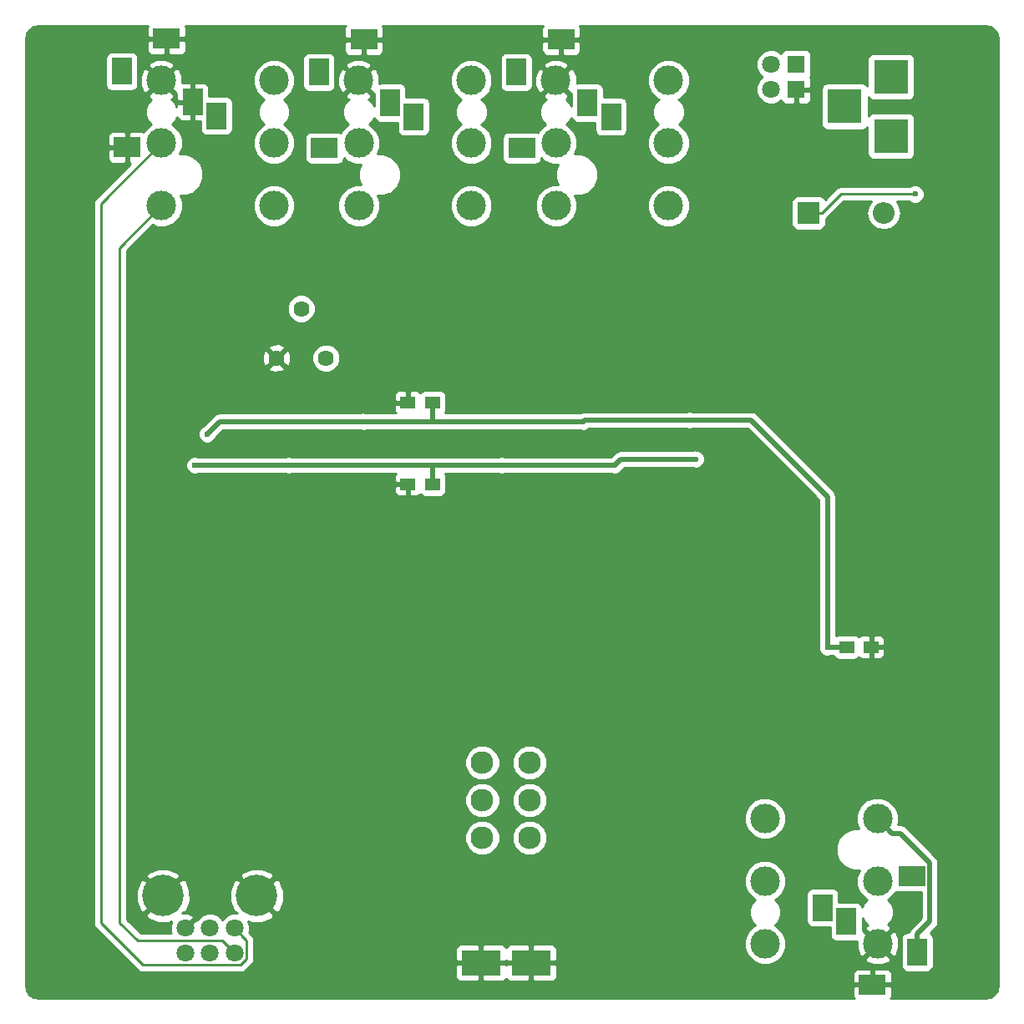
<source format=gbr>
G04 #@! TF.FileFunction,Copper,L2,Bot,Signal*
%FSLAX46Y46*%
G04 Gerber Fmt 4.6, Leading zero omitted, Abs format (unit mm)*
G04 Created by KiCad (PCBNEW 4.0.7) date Sun Feb 25 13:05:14 2018*
%MOMM*%
%LPD*%
G01*
G04 APERTURE LIST*
%ADD10C,0.100000*%
%ADD11C,0.600000*%
%ADD12C,3.000000*%
%ADD13R,4.000000X2.500000*%
%ADD14C,2.300000*%
%ADD15R,3.500000X3.500000*%
%ADD16C,1.800000*%
%ADD17C,4.200000*%
%ADD18R,2.200000X2.200000*%
%ADD19O,2.200000X2.200000*%
%ADD20C,1.620000*%
%ADD21R,2.700000X2.000000*%
%ADD22R,2.000000X2.700000*%
%ADD23R,1.500000X1.250000*%
%ADD24R,1.800000X1.800000*%
%ADD25C,0.250000*%
%ADD26C,0.500000*%
%ADD27C,0.254000*%
G04 APERTURE END LIST*
D10*
D11*
X43180000Y-40640000D03*
X43180000Y-50800000D03*
X104140000Y-50800000D03*
X114300000Y-50800000D03*
X134620000Y-40640000D03*
X134620000Y-50800000D03*
X134620000Y-60960000D03*
X134620000Y-71120000D03*
X134620000Y-81280000D03*
X134620000Y-101600000D03*
X134620000Y-91440000D03*
D12*
X103910000Y-41010000D03*
X103910000Y-47360000D03*
X103910000Y-53710000D03*
X92480000Y-41010000D03*
X92510000Y-47360000D03*
X92510000Y-53710000D03*
X83910000Y-41010000D03*
X83910000Y-47360000D03*
X83910000Y-53710000D03*
X72480000Y-41010000D03*
X72510000Y-47360000D03*
X72510000Y-53710000D03*
D13*
X84890000Y-130445000D03*
X89970000Y-130445000D03*
D14*
X85030000Y-117745000D03*
X89830000Y-117745000D03*
X89830000Y-113945000D03*
X85030000Y-113945000D03*
X85030000Y-110145000D03*
X89830000Y-110145000D03*
D15*
X126460000Y-46640000D03*
X126460000Y-40640000D03*
X121760000Y-43640000D03*
D16*
X59920000Y-129445000D03*
X57420000Y-129445000D03*
X54920000Y-129445000D03*
X59920000Y-126945000D03*
X57420000Y-126945000D03*
X54920000Y-126945000D03*
D17*
X62170000Y-123645000D03*
X52670000Y-123645000D03*
D18*
X118110000Y-54435000D03*
D19*
X125730000Y-54435000D03*
D20*
X64175000Y-69135000D03*
X66675000Y-64135000D03*
X69175000Y-69135000D03*
D21*
X93030000Y-36860000D03*
D22*
X88480000Y-40160000D03*
X98080000Y-44660000D03*
X95680000Y-43260000D03*
D21*
X89030000Y-47860000D03*
X73030000Y-36860000D03*
D22*
X68480000Y-40160000D03*
X78080000Y-44660000D03*
X75680000Y-43260000D03*
D21*
X69030000Y-47860000D03*
X53030000Y-36780000D03*
D22*
X48480000Y-40080000D03*
X58080000Y-44580000D03*
X55680000Y-43180000D03*
D21*
X49030000Y-47780000D03*
D12*
X113695000Y-128510000D03*
X113695000Y-122160000D03*
X113695000Y-115810000D03*
X125125000Y-128510000D03*
X125095000Y-122160000D03*
X125095000Y-115810000D03*
X63910000Y-41010000D03*
X63910000Y-47360000D03*
X63910000Y-53710000D03*
X52480000Y-41010000D03*
X52510000Y-47360000D03*
X52510000Y-53710000D03*
D21*
X124575000Y-132660000D03*
D22*
X129125000Y-129360000D03*
X119525000Y-124860000D03*
X121925000Y-126260000D03*
D21*
X128575000Y-121660000D03*
D11*
X43180000Y-60960000D03*
X53340000Y-60960000D03*
X63500000Y-60960000D03*
X73660000Y-60960000D03*
X83820000Y-60960000D03*
X93980000Y-60960000D03*
X104140000Y-60960000D03*
X43180000Y-71120000D03*
X53340000Y-71120000D03*
X63500000Y-71120000D03*
X73660000Y-71120000D03*
X83820000Y-71120000D03*
X93980000Y-71120000D03*
X104140000Y-71120000D03*
X43180000Y-81280000D03*
X53340000Y-81280000D03*
X73660000Y-81280000D03*
X83820000Y-81280000D03*
X93980000Y-91440000D03*
X73660000Y-91440000D03*
X43180000Y-91440000D03*
X83820000Y-91440000D03*
X53340000Y-91440000D03*
X104140000Y-91440000D03*
X60960000Y-91440000D03*
X114300000Y-71120000D03*
X114300000Y-91440000D03*
X124460000Y-81280000D03*
X124460000Y-71120000D03*
X124460000Y-91440000D03*
X43180000Y-101600000D03*
X53340000Y-101600000D03*
X63500000Y-101600000D03*
X83820000Y-101600000D03*
X93980000Y-101600000D03*
X104140000Y-101600000D03*
X114300000Y-101600000D03*
X43180000Y-111760000D03*
X53340000Y-111760000D03*
X93980000Y-111760000D03*
X104140000Y-111760000D03*
X114300000Y-111760000D03*
X43180000Y-121920000D03*
X73660000Y-121920000D03*
X83820000Y-121920000D03*
X93980000Y-121920000D03*
X104140000Y-121920000D03*
X43180000Y-132080000D03*
X53340000Y-132080000D03*
X63500000Y-132080000D03*
X73660000Y-132080000D03*
X93980000Y-132080000D03*
X104140000Y-132080000D03*
X114300000Y-132080000D03*
X134620000Y-132080000D03*
X134620000Y-121920000D03*
X134620000Y-111760000D03*
D23*
X121960000Y-98425000D03*
X124460000Y-98425000D03*
X79990000Y-73660000D03*
X77490000Y-73660000D03*
X77490000Y-81915000D03*
X79990000Y-81915000D03*
D11*
X117475000Y-61595000D03*
X120650000Y-61595000D03*
X123825000Y-61595000D03*
D24*
X116840000Y-41910000D03*
D16*
X114300000Y-41910000D03*
D24*
X116840000Y-39370000D03*
D16*
X114300000Y-39370000D03*
D11*
X57150000Y-76835000D03*
X120015000Y-98425000D03*
X73025000Y-75565000D03*
X95250000Y-75565000D03*
X106045000Y-75438000D03*
X128905000Y-52530000D03*
X55880000Y-80010000D03*
X65405000Y-80010000D03*
X86995000Y-80010000D03*
X98425000Y-80010000D03*
X106680000Y-79375000D03*
D25*
X59920000Y-129445000D02*
X58694999Y-128219999D01*
X58694999Y-128219999D02*
X50114999Y-128219999D01*
X50114999Y-128219999D02*
X48260000Y-126365000D01*
X48260000Y-57960000D02*
X48260000Y-126365000D01*
X52510000Y-53710000D02*
X48260000Y-57960000D01*
X46355000Y-126365000D02*
X50660001Y-130670001D01*
X50660001Y-130670001D02*
X60508001Y-130670001D01*
X61145001Y-130033001D02*
X61145001Y-128170001D01*
X60508001Y-130670001D02*
X61145001Y-130033001D01*
X61145001Y-128170001D02*
X60819999Y-127844999D01*
X60819999Y-127844999D02*
X59920000Y-126945000D01*
X46355000Y-53515000D02*
X46355000Y-126365000D01*
X52510000Y-47360000D02*
X46355000Y-53515000D01*
D26*
X129125000Y-129360000D02*
X129125000Y-127510000D01*
X129125000Y-127510000D02*
X130375001Y-126259999D01*
X130375001Y-126259999D02*
X130375001Y-120299999D01*
X130375001Y-120299999D02*
X127385001Y-117309999D01*
X127385001Y-117309999D02*
X126594999Y-117309999D01*
X126594999Y-117309999D02*
X125095000Y-115810000D01*
X95250000Y-75565000D02*
X80010000Y-75565000D01*
X80010000Y-75565000D02*
X73025000Y-75565000D01*
X79990000Y-73660000D02*
X79990000Y-75545000D01*
X79990000Y-75545000D02*
X80010000Y-75565000D01*
X121960000Y-98425000D02*
X120015000Y-98425000D01*
X73025000Y-75565000D02*
X58420000Y-75565000D01*
X58420000Y-75565000D02*
X57150000Y-76835000D01*
X119380000Y-82550000D02*
X120015000Y-83185000D01*
X120015000Y-83185000D02*
X120015000Y-98425000D01*
X112268000Y-75438000D02*
X119380000Y-82550000D01*
X106045000Y-75438000D02*
X112268000Y-75438000D01*
X106045000Y-75438000D02*
X95377000Y-75438000D01*
X95377000Y-75438000D02*
X95250000Y-75565000D01*
D25*
X118110000Y-54435000D02*
X119460000Y-54435000D01*
X119460000Y-54435000D02*
X121365000Y-52530000D01*
X121365000Y-52530000D02*
X125525998Y-52530000D01*
X125525998Y-52530000D02*
X128905000Y-52530000D01*
D26*
X86995000Y-80010000D02*
X80010000Y-80010000D01*
X80010000Y-80010000D02*
X65405000Y-80010000D01*
X79990000Y-81915000D02*
X79990000Y-80030000D01*
X79990000Y-80030000D02*
X80010000Y-80010000D01*
X55880000Y-80010000D02*
X65405000Y-80010000D01*
X98425000Y-80010000D02*
X86995000Y-80010000D01*
X106680000Y-79375000D02*
X99060000Y-79375000D01*
X99060000Y-79375000D02*
X98425000Y-80010000D01*
D27*
G36*
X51045000Y-35653691D02*
X51045000Y-36494250D01*
X51203750Y-36653000D01*
X52903000Y-36653000D01*
X52903000Y-36633000D01*
X53157000Y-36633000D01*
X53157000Y-36653000D01*
X54856250Y-36653000D01*
X55015000Y-36494250D01*
X55015000Y-35653691D01*
X54938913Y-35470000D01*
X71171975Y-35470000D01*
X71141673Y-35500302D01*
X71045000Y-35733691D01*
X71045000Y-36574250D01*
X71203750Y-36733000D01*
X72903000Y-36733000D01*
X72903000Y-36713000D01*
X73157000Y-36713000D01*
X73157000Y-36733000D01*
X74856250Y-36733000D01*
X75015000Y-36574250D01*
X75015000Y-35733691D01*
X74918327Y-35500302D01*
X74888025Y-35470000D01*
X91171975Y-35470000D01*
X91141673Y-35500302D01*
X91045000Y-35733691D01*
X91045000Y-36574250D01*
X91203750Y-36733000D01*
X92903000Y-36733000D01*
X92903000Y-36713000D01*
X93157000Y-36713000D01*
X93157000Y-36733000D01*
X94856250Y-36733000D01*
X95015000Y-36574250D01*
X95015000Y-35733691D01*
X94918327Y-35500302D01*
X94888025Y-35470000D01*
X135960069Y-35470000D01*
X136518338Y-35581046D01*
X136932333Y-35857669D01*
X137208953Y-36271660D01*
X137320000Y-36829931D01*
X137320000Y-132690069D01*
X137208953Y-133248340D01*
X136932333Y-133662331D01*
X136518338Y-133938954D01*
X135960069Y-134050000D01*
X126433025Y-134050000D01*
X126463327Y-134019698D01*
X126560000Y-133786309D01*
X126560000Y-132945750D01*
X126401250Y-132787000D01*
X124702000Y-132787000D01*
X124702000Y-132807000D01*
X124448000Y-132807000D01*
X124448000Y-132787000D01*
X122748750Y-132787000D01*
X122590000Y-132945750D01*
X122590000Y-133786309D01*
X122686673Y-134019698D01*
X122716975Y-134050000D01*
X40099931Y-134050000D01*
X39541660Y-133938953D01*
X39127669Y-133662333D01*
X38851046Y-133248338D01*
X38740000Y-132690069D01*
X38740000Y-53515000D01*
X45595000Y-53515000D01*
X45595000Y-126365000D01*
X45652852Y-126655839D01*
X45817599Y-126902401D01*
X50122600Y-131207402D01*
X50369162Y-131372149D01*
X50660001Y-131430001D01*
X60508001Y-131430001D01*
X60798840Y-131372149D01*
X61045402Y-131207402D01*
X61522054Y-130730750D01*
X82255000Y-130730750D01*
X82255000Y-131821310D01*
X82351673Y-132054699D01*
X82530302Y-132233327D01*
X82763691Y-132330000D01*
X84604250Y-132330000D01*
X84763000Y-132171250D01*
X84763000Y-130572000D01*
X85017000Y-130572000D01*
X85017000Y-132171250D01*
X85175750Y-132330000D01*
X87016309Y-132330000D01*
X87249698Y-132233327D01*
X87428327Y-132054699D01*
X87430000Y-132050660D01*
X87431673Y-132054699D01*
X87610302Y-132233327D01*
X87843691Y-132330000D01*
X89684250Y-132330000D01*
X89843000Y-132171250D01*
X89843000Y-130572000D01*
X90097000Y-130572000D01*
X90097000Y-132171250D01*
X90255750Y-132330000D01*
X92096309Y-132330000D01*
X92329698Y-132233327D01*
X92508327Y-132054699D01*
X92605000Y-131821310D01*
X92605000Y-131533691D01*
X122590000Y-131533691D01*
X122590000Y-132374250D01*
X122748750Y-132533000D01*
X124448000Y-132533000D01*
X124448000Y-131183750D01*
X124702000Y-131183750D01*
X124702000Y-132533000D01*
X126401250Y-132533000D01*
X126560000Y-132374250D01*
X126560000Y-131533691D01*
X126463327Y-131300302D01*
X126284699Y-131121673D01*
X126051310Y-131025000D01*
X124860750Y-131025000D01*
X124702000Y-131183750D01*
X124448000Y-131183750D01*
X124289250Y-131025000D01*
X123098690Y-131025000D01*
X122865301Y-131121673D01*
X122686673Y-131300302D01*
X122590000Y-131533691D01*
X92605000Y-131533691D01*
X92605000Y-130730750D01*
X92446250Y-130572000D01*
X90097000Y-130572000D01*
X89843000Y-130572000D01*
X87493750Y-130572000D01*
X87430000Y-130635750D01*
X87366250Y-130572000D01*
X85017000Y-130572000D01*
X84763000Y-130572000D01*
X82413750Y-130572000D01*
X82255000Y-130730750D01*
X61522054Y-130730750D01*
X61682402Y-130570402D01*
X61847149Y-130323840D01*
X61905001Y-130033001D01*
X61905001Y-129068690D01*
X82255000Y-129068690D01*
X82255000Y-130159250D01*
X82413750Y-130318000D01*
X84763000Y-130318000D01*
X84763000Y-128718750D01*
X85017000Y-128718750D01*
X85017000Y-130318000D01*
X87366250Y-130318000D01*
X87430000Y-130254250D01*
X87493750Y-130318000D01*
X89843000Y-130318000D01*
X89843000Y-128718750D01*
X90097000Y-128718750D01*
X90097000Y-130318000D01*
X92446250Y-130318000D01*
X92605000Y-130159250D01*
X92605000Y-129068690D01*
X92508327Y-128835301D01*
X92329698Y-128656673D01*
X92096309Y-128560000D01*
X90255750Y-128560000D01*
X90097000Y-128718750D01*
X89843000Y-128718750D01*
X89684250Y-128560000D01*
X87843691Y-128560000D01*
X87610302Y-128656673D01*
X87431673Y-128835301D01*
X87430000Y-128839340D01*
X87428327Y-128835301D01*
X87249698Y-128656673D01*
X87016309Y-128560000D01*
X85175750Y-128560000D01*
X85017000Y-128718750D01*
X84763000Y-128718750D01*
X84604250Y-128560000D01*
X82763691Y-128560000D01*
X82530302Y-128656673D01*
X82351673Y-128835301D01*
X82255000Y-129068690D01*
X61905001Y-129068690D01*
X61905001Y-128170001D01*
X61898206Y-128135839D01*
X61847149Y-127879161D01*
X61682402Y-127632600D01*
X61409766Y-127359964D01*
X61454733Y-127251670D01*
X61455265Y-126641009D01*
X61289320Y-126239392D01*
X61643184Y-126383367D01*
X62731214Y-126376525D01*
X63704642Y-125973318D01*
X63937600Y-125592205D01*
X62170000Y-123824605D01*
X62155858Y-123838748D01*
X61976253Y-123659143D01*
X61990395Y-123645000D01*
X62349605Y-123645000D01*
X64117205Y-125412600D01*
X64498318Y-125179642D01*
X64908367Y-124171816D01*
X64901525Y-123083786D01*
X64694017Y-122582815D01*
X111559630Y-122582815D01*
X111883980Y-123367800D01*
X112484041Y-123968909D01*
X112653631Y-124039329D01*
X112309722Y-124382637D01*
X112060284Y-124983352D01*
X112059716Y-125633795D01*
X112308106Y-126234943D01*
X112688360Y-126615862D01*
X112487200Y-126698980D01*
X111886091Y-127299041D01*
X111560372Y-128083459D01*
X111559630Y-128932815D01*
X111883980Y-129717800D01*
X112484041Y-130318909D01*
X113268459Y-130644628D01*
X114117815Y-130645370D01*
X114902800Y-130321020D01*
X115200368Y-130023970D01*
X123790635Y-130023970D01*
X123950418Y-130342739D01*
X124741187Y-130652723D01*
X125590387Y-130636497D01*
X126299582Y-130342739D01*
X126459365Y-130023970D01*
X125125000Y-128689605D01*
X123790635Y-130023970D01*
X115200368Y-130023970D01*
X115503909Y-129720959D01*
X115829628Y-128936541D01*
X115830370Y-128087185D01*
X115506020Y-127302200D01*
X114905959Y-126701091D01*
X114700996Y-126615983D01*
X115080278Y-126237363D01*
X115329716Y-125636648D01*
X115330284Y-124986205D01*
X115081894Y-124385057D01*
X114736977Y-124039537D01*
X114902800Y-123971020D01*
X115364625Y-123510000D01*
X117877560Y-123510000D01*
X117877560Y-126210000D01*
X117921838Y-126445317D01*
X118060910Y-126661441D01*
X118273110Y-126806431D01*
X118525000Y-126857440D01*
X120277560Y-126857440D01*
X120277560Y-127610000D01*
X120321838Y-127845317D01*
X120460910Y-128061441D01*
X120673110Y-128206431D01*
X120925000Y-128257440D01*
X122925000Y-128257440D01*
X122984571Y-128246231D01*
X122998503Y-128975387D01*
X123292261Y-129684582D01*
X123611030Y-129844365D01*
X124945395Y-128510000D01*
X125304605Y-128510000D01*
X126638970Y-129844365D01*
X126957739Y-129684582D01*
X127267723Y-128893813D01*
X127251497Y-128044613D01*
X126957739Y-127335418D01*
X126638970Y-127175635D01*
X125304605Y-128510000D01*
X124945395Y-128510000D01*
X123611030Y-127175635D01*
X123572440Y-127194978D01*
X123572440Y-125906607D01*
X123708106Y-126234943D01*
X124091369Y-126618877D01*
X123950418Y-126677261D01*
X123790635Y-126996030D01*
X125125000Y-128330395D01*
X126459365Y-126996030D01*
X126299582Y-126677261D01*
X126112913Y-126604086D01*
X126480278Y-126237363D01*
X126729716Y-125636648D01*
X126730284Y-124986205D01*
X126481894Y-124385057D01*
X126136977Y-124039537D01*
X126302800Y-123971020D01*
X126903909Y-123370959D01*
X126956249Y-123244910D01*
X126973110Y-123256431D01*
X127225000Y-123307440D01*
X129490001Y-123307440D01*
X129490001Y-125893420D01*
X128499210Y-126884210D01*
X128307367Y-127171325D01*
X128307367Y-127171326D01*
X128269327Y-127362560D01*
X128125000Y-127362560D01*
X127889683Y-127406838D01*
X127673559Y-127545910D01*
X127528569Y-127758110D01*
X127477560Y-128010000D01*
X127477560Y-130710000D01*
X127521838Y-130945317D01*
X127660910Y-131161441D01*
X127873110Y-131306431D01*
X128125000Y-131357440D01*
X130125000Y-131357440D01*
X130360317Y-131313162D01*
X130576441Y-131174090D01*
X130721431Y-130961890D01*
X130772440Y-130710000D01*
X130772440Y-128010000D01*
X130728162Y-127774683D01*
X130589090Y-127558559D01*
X130433993Y-127452586D01*
X131000788Y-126885791D01*
X131000791Y-126885789D01*
X131192634Y-126598674D01*
X131260001Y-126259999D01*
X131260001Y-120300004D01*
X131260002Y-120299999D01*
X131192635Y-119961325D01*
X131128976Y-119866053D01*
X131000791Y-119674209D01*
X131000788Y-119674207D01*
X128010791Y-116684209D01*
X127723676Y-116492366D01*
X127667485Y-116481189D01*
X127385001Y-116424998D01*
X127384996Y-116424999D01*
X127151373Y-116424999D01*
X127229628Y-116236541D01*
X127230370Y-115387185D01*
X126906020Y-114602200D01*
X126305959Y-114001091D01*
X125521541Y-113675372D01*
X124672185Y-113674630D01*
X123887200Y-113998980D01*
X123286091Y-114599041D01*
X122960372Y-115383459D01*
X122959630Y-116232815D01*
X123204392Y-116825182D01*
X122572185Y-116824630D01*
X121787200Y-117148980D01*
X121186091Y-117749041D01*
X120860372Y-118533459D01*
X120859630Y-119382815D01*
X121183980Y-120167800D01*
X121784041Y-120768909D01*
X122568459Y-121094628D01*
X123225400Y-121095202D01*
X122960372Y-121733459D01*
X122959630Y-122582815D01*
X123283980Y-123367800D01*
X123884041Y-123968909D01*
X124053631Y-124039329D01*
X123709722Y-124382637D01*
X123546963Y-124774604D01*
X123528162Y-124674683D01*
X123389090Y-124458559D01*
X123176890Y-124313569D01*
X122925000Y-124262560D01*
X121172440Y-124262560D01*
X121172440Y-123510000D01*
X121128162Y-123274683D01*
X120989090Y-123058559D01*
X120776890Y-122913569D01*
X120525000Y-122862560D01*
X118525000Y-122862560D01*
X118289683Y-122906838D01*
X118073559Y-123045910D01*
X117928569Y-123258110D01*
X117877560Y-123510000D01*
X115364625Y-123510000D01*
X115503909Y-123370959D01*
X115829628Y-122586541D01*
X115830370Y-121737185D01*
X115506020Y-120952200D01*
X114905959Y-120351091D01*
X114121541Y-120025372D01*
X113272185Y-120024630D01*
X112487200Y-120348980D01*
X111886091Y-120949041D01*
X111560372Y-121733459D01*
X111559630Y-122582815D01*
X64694017Y-122582815D01*
X64498318Y-122110358D01*
X64117205Y-121877400D01*
X62349605Y-123645000D01*
X61990395Y-123645000D01*
X60222795Y-121877400D01*
X59841682Y-122110358D01*
X59431633Y-123118184D01*
X59438475Y-124206214D01*
X59841682Y-125179642D01*
X60218967Y-125410260D01*
X59616009Y-125409735D01*
X59051629Y-125642932D01*
X58669712Y-126024182D01*
X58290643Y-125644449D01*
X57726670Y-125410267D01*
X57116009Y-125409735D01*
X56551629Y-125642932D01*
X56119449Y-126074357D01*
X56115706Y-126083372D01*
X56000159Y-126044446D01*
X55099605Y-126945000D01*
X55113748Y-126959143D01*
X54934143Y-127138748D01*
X54920000Y-127124605D01*
X54905858Y-127138748D01*
X54726253Y-126959143D01*
X54740395Y-126945000D01*
X54726253Y-126930858D01*
X54905858Y-126751253D01*
X54920000Y-126765395D01*
X55820554Y-125864841D01*
X55734148Y-125608357D01*
X55160664Y-125398542D01*
X54625617Y-125421009D01*
X54617207Y-125412599D01*
X54998318Y-125179642D01*
X55408367Y-124171816D01*
X55401525Y-123083786D01*
X54998318Y-122110358D01*
X54617205Y-121877400D01*
X52849605Y-123645000D01*
X52863748Y-123659143D01*
X52684143Y-123838748D01*
X52670000Y-123824605D01*
X50902400Y-125592205D01*
X51135358Y-125973318D01*
X52143184Y-126383367D01*
X53231214Y-126376525D01*
X53540318Y-126248490D01*
X53373542Y-126704336D01*
X53399161Y-127314460D01*
X53459445Y-127459999D01*
X50429801Y-127459999D01*
X49020000Y-126050198D01*
X49020000Y-123118184D01*
X49931633Y-123118184D01*
X49938475Y-124206214D01*
X50341682Y-125179642D01*
X50722795Y-125412600D01*
X52490395Y-123645000D01*
X50722795Y-121877400D01*
X50341682Y-122110358D01*
X49931633Y-123118184D01*
X49020000Y-123118184D01*
X49020000Y-121697795D01*
X50902400Y-121697795D01*
X52670000Y-123465395D01*
X54437600Y-121697795D01*
X60402400Y-121697795D01*
X62170000Y-123465395D01*
X63937600Y-121697795D01*
X63704642Y-121316682D01*
X62696816Y-120906633D01*
X61608786Y-120913475D01*
X60635358Y-121316682D01*
X60402400Y-121697795D01*
X54437600Y-121697795D01*
X54204642Y-121316682D01*
X53196816Y-120906633D01*
X52108786Y-120913475D01*
X51135358Y-121316682D01*
X50902400Y-121697795D01*
X49020000Y-121697795D01*
X49020000Y-118098501D01*
X83244691Y-118098501D01*
X83515868Y-118754800D01*
X84017559Y-119257367D01*
X84673384Y-119529689D01*
X85383501Y-119530309D01*
X86039800Y-119259132D01*
X86542367Y-118757441D01*
X86814689Y-118101616D01*
X86814691Y-118098501D01*
X88044691Y-118098501D01*
X88315868Y-118754800D01*
X88817559Y-119257367D01*
X89473384Y-119529689D01*
X90183501Y-119530309D01*
X90839800Y-119259132D01*
X91342367Y-118757441D01*
X91614689Y-118101616D01*
X91615309Y-117391499D01*
X91344132Y-116735200D01*
X90842623Y-116232815D01*
X111559630Y-116232815D01*
X111883980Y-117017800D01*
X112484041Y-117618909D01*
X113268459Y-117944628D01*
X114117815Y-117945370D01*
X114902800Y-117621020D01*
X115503909Y-117020959D01*
X115829628Y-116236541D01*
X115830370Y-115387185D01*
X115506020Y-114602200D01*
X114905959Y-114001091D01*
X114121541Y-113675372D01*
X113272185Y-113674630D01*
X112487200Y-113998980D01*
X111886091Y-114599041D01*
X111560372Y-115383459D01*
X111559630Y-116232815D01*
X90842623Y-116232815D01*
X90842441Y-116232633D01*
X90186616Y-115960311D01*
X89476499Y-115959691D01*
X88820200Y-116230868D01*
X88317633Y-116732559D01*
X88045311Y-117388384D01*
X88044691Y-118098501D01*
X86814691Y-118098501D01*
X86815309Y-117391499D01*
X86544132Y-116735200D01*
X86042441Y-116232633D01*
X85386616Y-115960311D01*
X84676499Y-115959691D01*
X84020200Y-116230868D01*
X83517633Y-116732559D01*
X83245311Y-117388384D01*
X83244691Y-118098501D01*
X49020000Y-118098501D01*
X49020000Y-114298501D01*
X83244691Y-114298501D01*
X83515868Y-114954800D01*
X84017559Y-115457367D01*
X84673384Y-115729689D01*
X85383501Y-115730309D01*
X86039800Y-115459132D01*
X86542367Y-114957441D01*
X86814689Y-114301616D01*
X86814691Y-114298501D01*
X88044691Y-114298501D01*
X88315868Y-114954800D01*
X88817559Y-115457367D01*
X89473384Y-115729689D01*
X90183501Y-115730309D01*
X90839800Y-115459132D01*
X91342367Y-114957441D01*
X91614689Y-114301616D01*
X91615309Y-113591499D01*
X91344132Y-112935200D01*
X90842441Y-112432633D01*
X90186616Y-112160311D01*
X89476499Y-112159691D01*
X88820200Y-112430868D01*
X88317633Y-112932559D01*
X88045311Y-113588384D01*
X88044691Y-114298501D01*
X86814691Y-114298501D01*
X86815309Y-113591499D01*
X86544132Y-112935200D01*
X86042441Y-112432633D01*
X85386616Y-112160311D01*
X84676499Y-112159691D01*
X84020200Y-112430868D01*
X83517633Y-112932559D01*
X83245311Y-113588384D01*
X83244691Y-114298501D01*
X49020000Y-114298501D01*
X49020000Y-110498501D01*
X83244691Y-110498501D01*
X83515868Y-111154800D01*
X84017559Y-111657367D01*
X84673384Y-111929689D01*
X85383501Y-111930309D01*
X86039800Y-111659132D01*
X86542367Y-111157441D01*
X86814689Y-110501616D01*
X86814691Y-110498501D01*
X88044691Y-110498501D01*
X88315868Y-111154800D01*
X88817559Y-111657367D01*
X89473384Y-111929689D01*
X90183501Y-111930309D01*
X90839800Y-111659132D01*
X91342367Y-111157441D01*
X91614689Y-110501616D01*
X91615309Y-109791499D01*
X91344132Y-109135200D01*
X90842441Y-108632633D01*
X90186616Y-108360311D01*
X89476499Y-108359691D01*
X88820200Y-108630868D01*
X88317633Y-109132559D01*
X88045311Y-109788384D01*
X88044691Y-110498501D01*
X86814691Y-110498501D01*
X86815309Y-109791499D01*
X86544132Y-109135200D01*
X86042441Y-108632633D01*
X85386616Y-108360311D01*
X84676499Y-108359691D01*
X84020200Y-108630868D01*
X83517633Y-109132559D01*
X83245311Y-109788384D01*
X83244691Y-110498501D01*
X49020000Y-110498501D01*
X49020000Y-82200750D01*
X76105000Y-82200750D01*
X76105000Y-82666310D01*
X76201673Y-82899699D01*
X76380302Y-83078327D01*
X76613691Y-83175000D01*
X77204250Y-83175000D01*
X77363000Y-83016250D01*
X77363000Y-82042000D01*
X76263750Y-82042000D01*
X76105000Y-82200750D01*
X49020000Y-82200750D01*
X49020000Y-80195167D01*
X54944838Y-80195167D01*
X55086883Y-80538943D01*
X55349673Y-80802192D01*
X55693201Y-80944838D01*
X56065167Y-80945162D01*
X56186569Y-80895000D01*
X65098178Y-80895000D01*
X65218201Y-80944838D01*
X65590167Y-80945162D01*
X65711569Y-80895000D01*
X76236974Y-80895000D01*
X76201673Y-80930301D01*
X76105000Y-81163690D01*
X76105000Y-81629250D01*
X76263750Y-81788000D01*
X77363000Y-81788000D01*
X77363000Y-81768000D01*
X77617000Y-81768000D01*
X77617000Y-81788000D01*
X77637000Y-81788000D01*
X77637000Y-82042000D01*
X77617000Y-82042000D01*
X77617000Y-83016250D01*
X77775750Y-83175000D01*
X78366309Y-83175000D01*
X78599698Y-83078327D01*
X78740936Y-82937090D01*
X78775910Y-82991441D01*
X78988110Y-83136431D01*
X79240000Y-83187440D01*
X80740000Y-83187440D01*
X80975317Y-83143162D01*
X81191441Y-83004090D01*
X81336431Y-82791890D01*
X81387440Y-82540000D01*
X81387440Y-81290000D01*
X81343162Y-81054683D01*
X81240409Y-80895000D01*
X86688178Y-80895000D01*
X86808201Y-80944838D01*
X87180167Y-80945162D01*
X87301569Y-80895000D01*
X98118178Y-80895000D01*
X98238201Y-80944838D01*
X98610167Y-80945162D01*
X98953943Y-80803117D01*
X99217192Y-80540327D01*
X99267566Y-80419014D01*
X99426579Y-80260000D01*
X106373178Y-80260000D01*
X106493201Y-80309838D01*
X106865167Y-80310162D01*
X107208943Y-80168117D01*
X107472192Y-79905327D01*
X107614838Y-79561799D01*
X107615162Y-79189833D01*
X107473117Y-78846057D01*
X107210327Y-78582808D01*
X106866799Y-78440162D01*
X106494833Y-78439838D01*
X106373431Y-78490000D01*
X99060005Y-78490000D01*
X99060000Y-78489999D01*
X98721326Y-78557366D01*
X98626054Y-78621025D01*
X98434210Y-78749210D01*
X98434208Y-78749213D01*
X98058420Y-79125000D01*
X87301822Y-79125000D01*
X87181799Y-79075162D01*
X86809833Y-79074838D01*
X86688431Y-79125000D01*
X80010005Y-79125000D01*
X80010000Y-79124999D01*
X80009995Y-79125000D01*
X65711822Y-79125000D01*
X65591799Y-79075162D01*
X65219833Y-79074838D01*
X65098431Y-79125000D01*
X56186822Y-79125000D01*
X56066799Y-79075162D01*
X55694833Y-79074838D01*
X55351057Y-79216883D01*
X55087808Y-79479673D01*
X54945162Y-79823201D01*
X54944838Y-80195167D01*
X49020000Y-80195167D01*
X49020000Y-77020167D01*
X56214838Y-77020167D01*
X56356883Y-77363943D01*
X56619673Y-77627192D01*
X56963201Y-77769838D01*
X57335167Y-77770162D01*
X57678943Y-77628117D01*
X57942192Y-77365327D01*
X57992566Y-77244014D01*
X58786579Y-76450000D01*
X72718178Y-76450000D01*
X72838201Y-76499838D01*
X73210167Y-76500162D01*
X73331569Y-76450000D01*
X80009995Y-76450000D01*
X80010000Y-76450001D01*
X80010005Y-76450000D01*
X94943178Y-76450000D01*
X95063201Y-76499838D01*
X95435167Y-76500162D01*
X95778943Y-76358117D01*
X95814121Y-76323000D01*
X105738178Y-76323000D01*
X105858201Y-76372838D01*
X106230167Y-76373162D01*
X106351569Y-76323000D01*
X111901420Y-76323000D01*
X118754208Y-83175787D01*
X118754210Y-83175790D01*
X119130000Y-83551579D01*
X119130000Y-98118178D01*
X119080162Y-98238201D01*
X119079838Y-98610167D01*
X119221883Y-98953943D01*
X119484673Y-99217192D01*
X119828201Y-99359838D01*
X120200167Y-99360162D01*
X120321569Y-99310000D01*
X120622721Y-99310000D01*
X120745910Y-99501441D01*
X120958110Y-99646431D01*
X121210000Y-99697440D01*
X122710000Y-99697440D01*
X122945317Y-99653162D01*
X123161441Y-99514090D01*
X123207969Y-99445994D01*
X123350302Y-99588327D01*
X123583691Y-99685000D01*
X124174250Y-99685000D01*
X124333000Y-99526250D01*
X124333000Y-98552000D01*
X124587000Y-98552000D01*
X124587000Y-99526250D01*
X124745750Y-99685000D01*
X125336309Y-99685000D01*
X125569698Y-99588327D01*
X125748327Y-99409699D01*
X125845000Y-99176310D01*
X125845000Y-98710750D01*
X125686250Y-98552000D01*
X124587000Y-98552000D01*
X124333000Y-98552000D01*
X124313000Y-98552000D01*
X124313000Y-98298000D01*
X124333000Y-98298000D01*
X124333000Y-97323750D01*
X124587000Y-97323750D01*
X124587000Y-98298000D01*
X125686250Y-98298000D01*
X125845000Y-98139250D01*
X125845000Y-97673690D01*
X125748327Y-97440301D01*
X125569698Y-97261673D01*
X125336309Y-97165000D01*
X124745750Y-97165000D01*
X124587000Y-97323750D01*
X124333000Y-97323750D01*
X124174250Y-97165000D01*
X123583691Y-97165000D01*
X123350302Y-97261673D01*
X123209064Y-97402910D01*
X123174090Y-97348559D01*
X122961890Y-97203569D01*
X122710000Y-97152560D01*
X121210000Y-97152560D01*
X120974683Y-97196838D01*
X120900000Y-97244895D01*
X120900000Y-83185005D01*
X120900001Y-83185000D01*
X120832634Y-82846326D01*
X120756667Y-82732633D01*
X120640790Y-82559210D01*
X120640787Y-82559208D01*
X120005790Y-81924210D01*
X120005787Y-81924208D01*
X112893790Y-74812210D01*
X112833436Y-74771883D01*
X112606675Y-74620367D01*
X112550484Y-74609190D01*
X112268000Y-74552999D01*
X112267995Y-74553000D01*
X106351822Y-74553000D01*
X106231799Y-74503162D01*
X105859833Y-74502838D01*
X105738431Y-74553000D01*
X95377005Y-74553000D01*
X95377000Y-74552999D01*
X95038325Y-74620367D01*
X94958226Y-74673887D01*
X94943431Y-74680000D01*
X81238648Y-74680000D01*
X81336431Y-74536890D01*
X81387440Y-74285000D01*
X81387440Y-73035000D01*
X81343162Y-72799683D01*
X81204090Y-72583559D01*
X80991890Y-72438569D01*
X80740000Y-72387560D01*
X79240000Y-72387560D01*
X79004683Y-72431838D01*
X78788559Y-72570910D01*
X78742031Y-72639006D01*
X78599698Y-72496673D01*
X78366309Y-72400000D01*
X77775750Y-72400000D01*
X77617000Y-72558750D01*
X77617000Y-73533000D01*
X77637000Y-73533000D01*
X77637000Y-73787000D01*
X77617000Y-73787000D01*
X77617000Y-73807000D01*
X77363000Y-73807000D01*
X77363000Y-73787000D01*
X76263750Y-73787000D01*
X76105000Y-73945750D01*
X76105000Y-74411310D01*
X76201673Y-74644699D01*
X76236974Y-74680000D01*
X73331822Y-74680000D01*
X73211799Y-74630162D01*
X72839833Y-74629838D01*
X72718431Y-74680000D01*
X58420005Y-74680000D01*
X58420000Y-74679999D01*
X58136253Y-74736441D01*
X58081325Y-74747367D01*
X57794210Y-74939210D01*
X57794208Y-74939213D01*
X56741164Y-75992256D01*
X56621057Y-76041883D01*
X56357808Y-76304673D01*
X56215162Y-76648201D01*
X56214838Y-77020167D01*
X49020000Y-77020167D01*
X49020000Y-72908690D01*
X76105000Y-72908690D01*
X76105000Y-73374250D01*
X76263750Y-73533000D01*
X77363000Y-73533000D01*
X77363000Y-72558750D01*
X77204250Y-72400000D01*
X76613691Y-72400000D01*
X76380302Y-72496673D01*
X76201673Y-72675301D01*
X76105000Y-72908690D01*
X49020000Y-72908690D01*
X49020000Y-70149988D01*
X63339617Y-70149988D01*
X63414980Y-70397144D01*
X63955834Y-70591916D01*
X64530055Y-70564886D01*
X64935020Y-70397144D01*
X65010383Y-70149988D01*
X64175000Y-69314605D01*
X63339617Y-70149988D01*
X49020000Y-70149988D01*
X49020000Y-68915834D01*
X62718084Y-68915834D01*
X62745114Y-69490055D01*
X62912856Y-69895020D01*
X63160012Y-69970383D01*
X63995395Y-69135000D01*
X64354605Y-69135000D01*
X65189988Y-69970383D01*
X65437144Y-69895020D01*
X65607787Y-69421167D01*
X67729750Y-69421167D01*
X67949275Y-69952457D01*
X68355405Y-70359297D01*
X68886311Y-70579748D01*
X69461167Y-70580250D01*
X69992457Y-70360725D01*
X70399297Y-69954595D01*
X70619748Y-69423689D01*
X70620250Y-68848833D01*
X70400725Y-68317543D01*
X69994595Y-67910703D01*
X69463689Y-67690252D01*
X68888833Y-67689750D01*
X68357543Y-67909275D01*
X67950703Y-68315405D01*
X67730252Y-68846311D01*
X67729750Y-69421167D01*
X65607787Y-69421167D01*
X65631916Y-69354166D01*
X65604886Y-68779945D01*
X65437144Y-68374980D01*
X65189988Y-68299617D01*
X64354605Y-69135000D01*
X63995395Y-69135000D01*
X63160012Y-68299617D01*
X62912856Y-68374980D01*
X62718084Y-68915834D01*
X49020000Y-68915834D01*
X49020000Y-68120012D01*
X63339617Y-68120012D01*
X64175000Y-68955395D01*
X65010383Y-68120012D01*
X64935020Y-67872856D01*
X64394166Y-67678084D01*
X63819945Y-67705114D01*
X63414980Y-67872856D01*
X63339617Y-68120012D01*
X49020000Y-68120012D01*
X49020000Y-64421167D01*
X65229750Y-64421167D01*
X65449275Y-64952457D01*
X65855405Y-65359297D01*
X66386311Y-65579748D01*
X66961167Y-65580250D01*
X67492457Y-65360725D01*
X67899297Y-64954595D01*
X68119748Y-64423689D01*
X68120250Y-63848833D01*
X67900725Y-63317543D01*
X67494595Y-62910703D01*
X66963689Y-62690252D01*
X66388833Y-62689750D01*
X65857543Y-62909275D01*
X65450703Y-63315405D01*
X65230252Y-63846311D01*
X65229750Y-64421167D01*
X49020000Y-64421167D01*
X49020000Y-58274802D01*
X51635983Y-55658819D01*
X52083459Y-55844628D01*
X52932815Y-55845370D01*
X53717800Y-55521020D01*
X54318909Y-54920959D01*
X54644628Y-54136541D01*
X54644631Y-54132815D01*
X61774630Y-54132815D01*
X62098980Y-54917800D01*
X62699041Y-55518909D01*
X63483459Y-55844628D01*
X64332815Y-55845370D01*
X65117800Y-55521020D01*
X65718909Y-54920959D01*
X66044628Y-54136541D01*
X66045370Y-53287185D01*
X65721020Y-52502200D01*
X65120959Y-51901091D01*
X64336541Y-51575372D01*
X63487185Y-51574630D01*
X62702200Y-51898980D01*
X62101091Y-52499041D01*
X61775372Y-53283459D01*
X61774630Y-54132815D01*
X54644631Y-54132815D01*
X54645370Y-53287185D01*
X54400608Y-52694818D01*
X55032815Y-52695370D01*
X55817800Y-52371020D01*
X56418909Y-51770959D01*
X56744628Y-50986541D01*
X56745370Y-50137185D01*
X56421020Y-49352200D01*
X55820959Y-48751091D01*
X55036541Y-48425372D01*
X54379600Y-48424798D01*
X54644628Y-47786541D01*
X54645370Y-46937185D01*
X54321020Y-46152200D01*
X53720959Y-45551091D01*
X53551369Y-45480671D01*
X53895278Y-45137363D01*
X54069983Y-44716625D01*
X54141673Y-44889699D01*
X54320302Y-45068327D01*
X54553691Y-45165000D01*
X55394250Y-45165000D01*
X55553000Y-45006250D01*
X55553000Y-43307000D01*
X54203750Y-43307000D01*
X54045000Y-43465750D01*
X54045000Y-43643500D01*
X53896894Y-43285057D01*
X53513631Y-42901123D01*
X53654582Y-42842739D01*
X53814365Y-42523970D01*
X52480000Y-41189605D01*
X51145635Y-42523970D01*
X51305418Y-42842739D01*
X51492087Y-42915914D01*
X51124722Y-43282637D01*
X50875284Y-43883352D01*
X50874716Y-44533795D01*
X51123106Y-45134943D01*
X51468023Y-45480463D01*
X51302200Y-45548980D01*
X50701091Y-46149041D01*
X50673937Y-46214434D01*
X50506309Y-46145000D01*
X49315750Y-46145000D01*
X49157000Y-46303750D01*
X49157000Y-47653000D01*
X49177000Y-47653000D01*
X49177000Y-47907000D01*
X49157000Y-47907000D01*
X49157000Y-49256250D01*
X49315750Y-49415000D01*
X49380198Y-49415000D01*
X45817599Y-52977599D01*
X45652852Y-53224161D01*
X45595000Y-53515000D01*
X38740000Y-53515000D01*
X38740000Y-48065750D01*
X47045000Y-48065750D01*
X47045000Y-48906310D01*
X47141673Y-49139699D01*
X47320302Y-49318327D01*
X47553691Y-49415000D01*
X48744250Y-49415000D01*
X48903000Y-49256250D01*
X48903000Y-47907000D01*
X47203750Y-47907000D01*
X47045000Y-48065750D01*
X38740000Y-48065750D01*
X38740000Y-46653690D01*
X47045000Y-46653690D01*
X47045000Y-47494250D01*
X47203750Y-47653000D01*
X48903000Y-47653000D01*
X48903000Y-46303750D01*
X48744250Y-46145000D01*
X47553691Y-46145000D01*
X47320302Y-46241673D01*
X47141673Y-46420301D01*
X47045000Y-46653690D01*
X38740000Y-46653690D01*
X38740000Y-38730000D01*
X46832560Y-38730000D01*
X46832560Y-41430000D01*
X46876838Y-41665317D01*
X47015910Y-41881441D01*
X47228110Y-42026431D01*
X47480000Y-42077440D01*
X49480000Y-42077440D01*
X49715317Y-42033162D01*
X49931441Y-41894090D01*
X50076431Y-41681890D01*
X50127440Y-41430000D01*
X50127440Y-40626187D01*
X50337277Y-40626187D01*
X50353503Y-41475387D01*
X50647261Y-42184582D01*
X50966030Y-42344365D01*
X52300395Y-41010000D01*
X52659605Y-41010000D01*
X53993970Y-42344365D01*
X54045000Y-42318786D01*
X54045000Y-42894250D01*
X54203750Y-43053000D01*
X55553000Y-43053000D01*
X55553000Y-41353750D01*
X55807000Y-41353750D01*
X55807000Y-43053000D01*
X55827000Y-43053000D01*
X55827000Y-43307000D01*
X55807000Y-43307000D01*
X55807000Y-45006250D01*
X55965750Y-45165000D01*
X56432560Y-45165000D01*
X56432560Y-45930000D01*
X56476838Y-46165317D01*
X56615910Y-46381441D01*
X56828110Y-46526431D01*
X57080000Y-46577440D01*
X59080000Y-46577440D01*
X59315317Y-46533162D01*
X59531441Y-46394090D01*
X59676431Y-46181890D01*
X59727440Y-45930000D01*
X59727440Y-43230000D01*
X59683162Y-42994683D01*
X59544090Y-42778559D01*
X59331890Y-42633569D01*
X59080000Y-42582560D01*
X57315000Y-42582560D01*
X57315000Y-41703690D01*
X57218327Y-41470301D01*
X57180841Y-41432815D01*
X61774630Y-41432815D01*
X62098980Y-42217800D01*
X62699041Y-42818909D01*
X62904004Y-42904017D01*
X62524722Y-43282637D01*
X62275284Y-43883352D01*
X62274716Y-44533795D01*
X62523106Y-45134943D01*
X62868023Y-45480463D01*
X62702200Y-45548980D01*
X62101091Y-46149041D01*
X61775372Y-46933459D01*
X61774630Y-47782815D01*
X62098980Y-48567800D01*
X62699041Y-49168909D01*
X63483459Y-49494628D01*
X64332815Y-49495370D01*
X65117800Y-49171020D01*
X65718909Y-48570959D01*
X66044628Y-47786541D01*
X66045370Y-46937185D01*
X66013478Y-46860000D01*
X67032560Y-46860000D01*
X67032560Y-48860000D01*
X67076838Y-49095317D01*
X67215910Y-49311441D01*
X67428110Y-49456431D01*
X67680000Y-49507440D01*
X70380000Y-49507440D01*
X70615317Y-49463162D01*
X70831441Y-49324090D01*
X70976431Y-49111890D01*
X71021239Y-48890622D01*
X71299041Y-49168909D01*
X72083459Y-49494628D01*
X72740400Y-49495202D01*
X72475372Y-50133459D01*
X72474630Y-50982815D01*
X72719392Y-51575182D01*
X72087185Y-51574630D01*
X71302200Y-51898980D01*
X70701091Y-52499041D01*
X70375372Y-53283459D01*
X70374630Y-54132815D01*
X70698980Y-54917800D01*
X71299041Y-55518909D01*
X72083459Y-55844628D01*
X72932815Y-55845370D01*
X73717800Y-55521020D01*
X74318909Y-54920959D01*
X74644628Y-54136541D01*
X74644631Y-54132815D01*
X81774630Y-54132815D01*
X82098980Y-54917800D01*
X82699041Y-55518909D01*
X83483459Y-55844628D01*
X84332815Y-55845370D01*
X85117800Y-55521020D01*
X85718909Y-54920959D01*
X86044628Y-54136541D01*
X86045370Y-53287185D01*
X85721020Y-52502200D01*
X85120959Y-51901091D01*
X84336541Y-51575372D01*
X83487185Y-51574630D01*
X82702200Y-51898980D01*
X82101091Y-52499041D01*
X81775372Y-53283459D01*
X81774630Y-54132815D01*
X74644631Y-54132815D01*
X74645370Y-53287185D01*
X74400608Y-52694818D01*
X75032815Y-52695370D01*
X75817800Y-52371020D01*
X76418909Y-51770959D01*
X76744628Y-50986541D01*
X76745370Y-50137185D01*
X76421020Y-49352200D01*
X75820959Y-48751091D01*
X75036541Y-48425372D01*
X74379600Y-48424798D01*
X74644628Y-47786541D01*
X74645370Y-46937185D01*
X74321020Y-46152200D01*
X73720959Y-45551091D01*
X73551369Y-45480671D01*
X73895278Y-45137363D01*
X74058037Y-44745396D01*
X74076838Y-44845317D01*
X74215910Y-45061441D01*
X74428110Y-45206431D01*
X74680000Y-45257440D01*
X76432560Y-45257440D01*
X76432560Y-46010000D01*
X76476838Y-46245317D01*
X76615910Y-46461441D01*
X76828110Y-46606431D01*
X77080000Y-46657440D01*
X79080000Y-46657440D01*
X79315317Y-46613162D01*
X79531441Y-46474090D01*
X79676431Y-46261890D01*
X79727440Y-46010000D01*
X79727440Y-43310000D01*
X79683162Y-43074683D01*
X79544090Y-42858559D01*
X79331890Y-42713569D01*
X79080000Y-42662560D01*
X77327440Y-42662560D01*
X77327440Y-41910000D01*
X77283162Y-41674683D01*
X77144090Y-41458559D01*
X77106413Y-41432815D01*
X81774630Y-41432815D01*
X82098980Y-42217800D01*
X82699041Y-42818909D01*
X82904004Y-42904017D01*
X82524722Y-43282637D01*
X82275284Y-43883352D01*
X82274716Y-44533795D01*
X82523106Y-45134943D01*
X82868023Y-45480463D01*
X82702200Y-45548980D01*
X82101091Y-46149041D01*
X81775372Y-46933459D01*
X81774630Y-47782815D01*
X82098980Y-48567800D01*
X82699041Y-49168909D01*
X83483459Y-49494628D01*
X84332815Y-49495370D01*
X85117800Y-49171020D01*
X85718909Y-48570959D01*
X86044628Y-47786541D01*
X86045370Y-46937185D01*
X86013478Y-46860000D01*
X87032560Y-46860000D01*
X87032560Y-48860000D01*
X87076838Y-49095317D01*
X87215910Y-49311441D01*
X87428110Y-49456431D01*
X87680000Y-49507440D01*
X90380000Y-49507440D01*
X90615317Y-49463162D01*
X90831441Y-49324090D01*
X90976431Y-49111890D01*
X91021239Y-48890622D01*
X91299041Y-49168909D01*
X92083459Y-49494628D01*
X92740400Y-49495202D01*
X92475372Y-50133459D01*
X92474630Y-50982815D01*
X92719392Y-51575182D01*
X92087185Y-51574630D01*
X91302200Y-51898980D01*
X90701091Y-52499041D01*
X90375372Y-53283459D01*
X90374630Y-54132815D01*
X90698980Y-54917800D01*
X91299041Y-55518909D01*
X92083459Y-55844628D01*
X92932815Y-55845370D01*
X93717800Y-55521020D01*
X94318909Y-54920959D01*
X94644628Y-54136541D01*
X94644631Y-54132815D01*
X101774630Y-54132815D01*
X102098980Y-54917800D01*
X102699041Y-55518909D01*
X103483459Y-55844628D01*
X104332815Y-55845370D01*
X105117800Y-55521020D01*
X105718909Y-54920959D01*
X106044628Y-54136541D01*
X106045328Y-53335000D01*
X116362560Y-53335000D01*
X116362560Y-55535000D01*
X116406838Y-55770317D01*
X116545910Y-55986441D01*
X116758110Y-56131431D01*
X117010000Y-56182440D01*
X119210000Y-56182440D01*
X119445317Y-56138162D01*
X119661441Y-55999090D01*
X119806431Y-55786890D01*
X119857440Y-55535000D01*
X119857440Y-55065920D01*
X119997401Y-54972401D01*
X121679802Y-53290000D01*
X124414502Y-53290000D01*
X124093078Y-53771044D01*
X123961009Y-54435000D01*
X124093078Y-55098956D01*
X124469179Y-55661830D01*
X125032053Y-56037931D01*
X125696009Y-56170000D01*
X125763991Y-56170000D01*
X126427947Y-56037931D01*
X126990821Y-55661830D01*
X127366922Y-55098956D01*
X127498991Y-54435000D01*
X127366922Y-53771044D01*
X127045498Y-53290000D01*
X128342537Y-53290000D01*
X128374673Y-53322192D01*
X128718201Y-53464838D01*
X129090167Y-53465162D01*
X129433943Y-53323117D01*
X129697192Y-53060327D01*
X129839838Y-52716799D01*
X129840162Y-52344833D01*
X129698117Y-52001057D01*
X129435327Y-51737808D01*
X129091799Y-51595162D01*
X128719833Y-51594838D01*
X128376057Y-51736883D01*
X128342882Y-51770000D01*
X121365000Y-51770000D01*
X121074161Y-51827852D01*
X120827599Y-51992599D01*
X119776887Y-53043311D01*
X119674090Y-52883559D01*
X119461890Y-52738569D01*
X119210000Y-52687560D01*
X117010000Y-52687560D01*
X116774683Y-52731838D01*
X116558559Y-52870910D01*
X116413569Y-53083110D01*
X116362560Y-53335000D01*
X106045328Y-53335000D01*
X106045370Y-53287185D01*
X105721020Y-52502200D01*
X105120959Y-51901091D01*
X104336541Y-51575372D01*
X103487185Y-51574630D01*
X102702200Y-51898980D01*
X102101091Y-52499041D01*
X101775372Y-53283459D01*
X101774630Y-54132815D01*
X94644631Y-54132815D01*
X94645370Y-53287185D01*
X94400608Y-52694818D01*
X95032815Y-52695370D01*
X95817800Y-52371020D01*
X96418909Y-51770959D01*
X96744628Y-50986541D01*
X96745370Y-50137185D01*
X96421020Y-49352200D01*
X95820959Y-48751091D01*
X95036541Y-48425372D01*
X94379600Y-48424798D01*
X94644628Y-47786541D01*
X94645370Y-46937185D01*
X94321020Y-46152200D01*
X93720959Y-45551091D01*
X93551369Y-45480671D01*
X93895278Y-45137363D01*
X94058037Y-44745396D01*
X94076838Y-44845317D01*
X94215910Y-45061441D01*
X94428110Y-45206431D01*
X94680000Y-45257440D01*
X96432560Y-45257440D01*
X96432560Y-46010000D01*
X96476838Y-46245317D01*
X96615910Y-46461441D01*
X96828110Y-46606431D01*
X97080000Y-46657440D01*
X99080000Y-46657440D01*
X99315317Y-46613162D01*
X99531441Y-46474090D01*
X99676431Y-46261890D01*
X99727440Y-46010000D01*
X99727440Y-43310000D01*
X99683162Y-43074683D01*
X99544090Y-42858559D01*
X99331890Y-42713569D01*
X99080000Y-42662560D01*
X97327440Y-42662560D01*
X97327440Y-41910000D01*
X97283162Y-41674683D01*
X97144090Y-41458559D01*
X97106413Y-41432815D01*
X101774630Y-41432815D01*
X102098980Y-42217800D01*
X102699041Y-42818909D01*
X102904004Y-42904017D01*
X102524722Y-43282637D01*
X102275284Y-43883352D01*
X102274716Y-44533795D01*
X102523106Y-45134943D01*
X102868023Y-45480463D01*
X102702200Y-45548980D01*
X102101091Y-46149041D01*
X101775372Y-46933459D01*
X101774630Y-47782815D01*
X102098980Y-48567800D01*
X102699041Y-49168909D01*
X103483459Y-49494628D01*
X104332815Y-49495370D01*
X105117800Y-49171020D01*
X105718909Y-48570959D01*
X106044628Y-47786541D01*
X106045370Y-46937185D01*
X105721020Y-46152200D01*
X105120959Y-45551091D01*
X104951369Y-45480671D01*
X105295278Y-45137363D01*
X105544716Y-44536648D01*
X105545284Y-43886205D01*
X105296894Y-43285057D01*
X104916640Y-42904138D01*
X105117800Y-42821020D01*
X105718909Y-42220959D01*
X106044628Y-41436541D01*
X106045370Y-40587185D01*
X105721020Y-39802200D01*
X105593035Y-39673991D01*
X112764735Y-39673991D01*
X112997932Y-40238371D01*
X113399182Y-40640323D01*
X112999449Y-41039357D01*
X112765267Y-41603330D01*
X112764735Y-42213991D01*
X112997932Y-42778371D01*
X113429357Y-43210551D01*
X113993330Y-43444733D01*
X114603991Y-43445265D01*
X115168371Y-43212068D01*
X115345841Y-43034908D01*
X115401673Y-43169699D01*
X115580302Y-43348327D01*
X115813691Y-43445000D01*
X116554250Y-43445000D01*
X116713000Y-43286250D01*
X116713000Y-42037000D01*
X116967000Y-42037000D01*
X116967000Y-43286250D01*
X117125750Y-43445000D01*
X117866309Y-43445000D01*
X118099698Y-43348327D01*
X118278327Y-43169699D01*
X118375000Y-42936310D01*
X118375000Y-42195750D01*
X118216250Y-42037000D01*
X116967000Y-42037000D01*
X116713000Y-42037000D01*
X116693000Y-42037000D01*
X116693000Y-41890000D01*
X119362560Y-41890000D01*
X119362560Y-45390000D01*
X119406838Y-45625317D01*
X119545910Y-45841441D01*
X119758110Y-45986431D01*
X120010000Y-46037440D01*
X123510000Y-46037440D01*
X123745317Y-45993162D01*
X123961441Y-45854090D01*
X124062560Y-45706097D01*
X124062560Y-48390000D01*
X124106838Y-48625317D01*
X124245910Y-48841441D01*
X124458110Y-48986431D01*
X124710000Y-49037440D01*
X128210000Y-49037440D01*
X128445317Y-48993162D01*
X128661441Y-48854090D01*
X128806431Y-48641890D01*
X128857440Y-48390000D01*
X128857440Y-44890000D01*
X128813162Y-44654683D01*
X128674090Y-44438559D01*
X128461890Y-44293569D01*
X128210000Y-44242560D01*
X124710000Y-44242560D01*
X124474683Y-44286838D01*
X124258559Y-44425910D01*
X124157440Y-44573903D01*
X124157440Y-42703955D01*
X124245910Y-42841441D01*
X124458110Y-42986431D01*
X124710000Y-43037440D01*
X128210000Y-43037440D01*
X128445317Y-42993162D01*
X128661441Y-42854090D01*
X128806431Y-42641890D01*
X128857440Y-42390000D01*
X128857440Y-38890000D01*
X128813162Y-38654683D01*
X128674090Y-38438559D01*
X128461890Y-38293569D01*
X128210000Y-38242560D01*
X124710000Y-38242560D01*
X124474683Y-38286838D01*
X124258559Y-38425910D01*
X124113569Y-38638110D01*
X124062560Y-38890000D01*
X124062560Y-41576045D01*
X123974090Y-41438559D01*
X123761890Y-41293569D01*
X123510000Y-41242560D01*
X120010000Y-41242560D01*
X119774683Y-41286838D01*
X119558559Y-41425910D01*
X119413569Y-41638110D01*
X119362560Y-41890000D01*
X116693000Y-41890000D01*
X116693000Y-41783000D01*
X116713000Y-41783000D01*
X116713000Y-41763000D01*
X116967000Y-41763000D01*
X116967000Y-41783000D01*
X118216250Y-41783000D01*
X118375000Y-41624250D01*
X118375000Y-40883690D01*
X118278327Y-40650301D01*
X118260721Y-40632695D01*
X118336431Y-40521890D01*
X118387440Y-40270000D01*
X118387440Y-38470000D01*
X118343162Y-38234683D01*
X118204090Y-38018559D01*
X117991890Y-37873569D01*
X117740000Y-37822560D01*
X115940000Y-37822560D01*
X115704683Y-37866838D01*
X115488559Y-38005910D01*
X115343569Y-38218110D01*
X115339433Y-38238534D01*
X115170643Y-38069449D01*
X114606670Y-37835267D01*
X113996009Y-37834735D01*
X113431629Y-38067932D01*
X112999449Y-38499357D01*
X112765267Y-39063330D01*
X112764735Y-39673991D01*
X105593035Y-39673991D01*
X105120959Y-39201091D01*
X104336541Y-38875372D01*
X103487185Y-38874630D01*
X102702200Y-39198980D01*
X102101091Y-39799041D01*
X101775372Y-40583459D01*
X101774630Y-41432815D01*
X97106413Y-41432815D01*
X96931890Y-41313569D01*
X96680000Y-41262560D01*
X94680000Y-41262560D01*
X94620429Y-41273769D01*
X94606497Y-40544613D01*
X94312739Y-39835418D01*
X93993970Y-39675635D01*
X92659605Y-41010000D01*
X93993970Y-42344365D01*
X94032560Y-42325022D01*
X94032560Y-43613393D01*
X93896894Y-43285057D01*
X93513631Y-42901123D01*
X93654582Y-42842739D01*
X93814365Y-42523970D01*
X92480000Y-41189605D01*
X91145635Y-42523970D01*
X91305418Y-42842739D01*
X91492087Y-42915914D01*
X91124722Y-43282637D01*
X90875284Y-43883352D01*
X90874716Y-44533795D01*
X91123106Y-45134943D01*
X91468023Y-45480463D01*
X91302200Y-45548980D01*
X90701091Y-46149041D01*
X90648751Y-46275090D01*
X90631890Y-46263569D01*
X90380000Y-46212560D01*
X87680000Y-46212560D01*
X87444683Y-46256838D01*
X87228559Y-46395910D01*
X87083569Y-46608110D01*
X87032560Y-46860000D01*
X86013478Y-46860000D01*
X85721020Y-46152200D01*
X85120959Y-45551091D01*
X84951369Y-45480671D01*
X85295278Y-45137363D01*
X85544716Y-44536648D01*
X85545284Y-43886205D01*
X85296894Y-43285057D01*
X84916640Y-42904138D01*
X85117800Y-42821020D01*
X85718909Y-42220959D01*
X86044628Y-41436541D01*
X86045370Y-40587185D01*
X85721020Y-39802200D01*
X85120959Y-39201091D01*
X84336541Y-38875372D01*
X83487185Y-38874630D01*
X82702200Y-39198980D01*
X82101091Y-39799041D01*
X81775372Y-40583459D01*
X81774630Y-41432815D01*
X77106413Y-41432815D01*
X76931890Y-41313569D01*
X76680000Y-41262560D01*
X74680000Y-41262560D01*
X74620429Y-41273769D01*
X74606497Y-40544613D01*
X74312739Y-39835418D01*
X73993970Y-39675635D01*
X72659605Y-41010000D01*
X73993970Y-42344365D01*
X74032560Y-42325022D01*
X74032560Y-43613393D01*
X73896894Y-43285057D01*
X73513631Y-42901123D01*
X73654582Y-42842739D01*
X73814365Y-42523970D01*
X72480000Y-41189605D01*
X71145635Y-42523970D01*
X71305418Y-42842739D01*
X71492087Y-42915914D01*
X71124722Y-43282637D01*
X70875284Y-43883352D01*
X70874716Y-44533795D01*
X71123106Y-45134943D01*
X71468023Y-45480463D01*
X71302200Y-45548980D01*
X70701091Y-46149041D01*
X70648751Y-46275090D01*
X70631890Y-46263569D01*
X70380000Y-46212560D01*
X67680000Y-46212560D01*
X67444683Y-46256838D01*
X67228559Y-46395910D01*
X67083569Y-46608110D01*
X67032560Y-46860000D01*
X66013478Y-46860000D01*
X65721020Y-46152200D01*
X65120959Y-45551091D01*
X64951369Y-45480671D01*
X65295278Y-45137363D01*
X65544716Y-44536648D01*
X65545284Y-43886205D01*
X65296894Y-43285057D01*
X64916640Y-42904138D01*
X65117800Y-42821020D01*
X65718909Y-42220959D01*
X66044628Y-41436541D01*
X66045370Y-40587185D01*
X65721020Y-39802200D01*
X65120959Y-39201091D01*
X64336541Y-38875372D01*
X63487185Y-38874630D01*
X62702200Y-39198980D01*
X62101091Y-39799041D01*
X61775372Y-40583459D01*
X61774630Y-41432815D01*
X57180841Y-41432815D01*
X57039698Y-41291673D01*
X56806309Y-41195000D01*
X55965750Y-41195000D01*
X55807000Y-41353750D01*
X55553000Y-41353750D01*
X55394250Y-41195000D01*
X54618924Y-41195000D01*
X54606497Y-40544613D01*
X54312739Y-39835418D01*
X53993970Y-39675635D01*
X52659605Y-41010000D01*
X52300395Y-41010000D01*
X50966030Y-39675635D01*
X50647261Y-39835418D01*
X50337277Y-40626187D01*
X50127440Y-40626187D01*
X50127440Y-39496030D01*
X51145635Y-39496030D01*
X52480000Y-40830395D01*
X53814365Y-39496030D01*
X53654582Y-39177261D01*
X52863813Y-38867277D01*
X52014613Y-38883503D01*
X51305418Y-39177261D01*
X51145635Y-39496030D01*
X50127440Y-39496030D01*
X50127440Y-38810000D01*
X66832560Y-38810000D01*
X66832560Y-41510000D01*
X66876838Y-41745317D01*
X67015910Y-41961441D01*
X67228110Y-42106431D01*
X67480000Y-42157440D01*
X69480000Y-42157440D01*
X69715317Y-42113162D01*
X69931441Y-41974090D01*
X70076431Y-41761890D01*
X70127440Y-41510000D01*
X70127440Y-40626187D01*
X70337277Y-40626187D01*
X70353503Y-41475387D01*
X70647261Y-42184582D01*
X70966030Y-42344365D01*
X72300395Y-41010000D01*
X70966030Y-39675635D01*
X70647261Y-39835418D01*
X70337277Y-40626187D01*
X70127440Y-40626187D01*
X70127440Y-39496030D01*
X71145635Y-39496030D01*
X72480000Y-40830395D01*
X73814365Y-39496030D01*
X73654582Y-39177261D01*
X72863813Y-38867277D01*
X72014613Y-38883503D01*
X71305418Y-39177261D01*
X71145635Y-39496030D01*
X70127440Y-39496030D01*
X70127440Y-38810000D01*
X86832560Y-38810000D01*
X86832560Y-41510000D01*
X86876838Y-41745317D01*
X87015910Y-41961441D01*
X87228110Y-42106431D01*
X87480000Y-42157440D01*
X89480000Y-42157440D01*
X89715317Y-42113162D01*
X89931441Y-41974090D01*
X90076431Y-41761890D01*
X90127440Y-41510000D01*
X90127440Y-40626187D01*
X90337277Y-40626187D01*
X90353503Y-41475387D01*
X90647261Y-42184582D01*
X90966030Y-42344365D01*
X92300395Y-41010000D01*
X90966030Y-39675635D01*
X90647261Y-39835418D01*
X90337277Y-40626187D01*
X90127440Y-40626187D01*
X90127440Y-39496030D01*
X91145635Y-39496030D01*
X92480000Y-40830395D01*
X93814365Y-39496030D01*
X93654582Y-39177261D01*
X92863813Y-38867277D01*
X92014613Y-38883503D01*
X91305418Y-39177261D01*
X91145635Y-39496030D01*
X90127440Y-39496030D01*
X90127440Y-38810000D01*
X90083162Y-38574683D01*
X89944090Y-38358559D01*
X89731890Y-38213569D01*
X89480000Y-38162560D01*
X87480000Y-38162560D01*
X87244683Y-38206838D01*
X87028559Y-38345910D01*
X86883569Y-38558110D01*
X86832560Y-38810000D01*
X70127440Y-38810000D01*
X70083162Y-38574683D01*
X69944090Y-38358559D01*
X69731890Y-38213569D01*
X69480000Y-38162560D01*
X67480000Y-38162560D01*
X67244683Y-38206838D01*
X67028559Y-38345910D01*
X66883569Y-38558110D01*
X66832560Y-38810000D01*
X50127440Y-38810000D01*
X50127440Y-38730000D01*
X50083162Y-38494683D01*
X49944090Y-38278559D01*
X49731890Y-38133569D01*
X49480000Y-38082560D01*
X47480000Y-38082560D01*
X47244683Y-38126838D01*
X47028559Y-38265910D01*
X46883569Y-38478110D01*
X46832560Y-38730000D01*
X38740000Y-38730000D01*
X38740000Y-37065750D01*
X51045000Y-37065750D01*
X51045000Y-37906309D01*
X51141673Y-38139698D01*
X51320301Y-38318327D01*
X51553690Y-38415000D01*
X52744250Y-38415000D01*
X52903000Y-38256250D01*
X52903000Y-36907000D01*
X53157000Y-36907000D01*
X53157000Y-38256250D01*
X53315750Y-38415000D01*
X54506310Y-38415000D01*
X54739699Y-38318327D01*
X54918327Y-38139698D01*
X55015000Y-37906309D01*
X55015000Y-37145750D01*
X71045000Y-37145750D01*
X71045000Y-37986309D01*
X71141673Y-38219698D01*
X71320301Y-38398327D01*
X71553690Y-38495000D01*
X72744250Y-38495000D01*
X72903000Y-38336250D01*
X72903000Y-36987000D01*
X73157000Y-36987000D01*
X73157000Y-38336250D01*
X73315750Y-38495000D01*
X74506310Y-38495000D01*
X74739699Y-38398327D01*
X74918327Y-38219698D01*
X75015000Y-37986309D01*
X75015000Y-37145750D01*
X91045000Y-37145750D01*
X91045000Y-37986309D01*
X91141673Y-38219698D01*
X91320301Y-38398327D01*
X91553690Y-38495000D01*
X92744250Y-38495000D01*
X92903000Y-38336250D01*
X92903000Y-36987000D01*
X93157000Y-36987000D01*
X93157000Y-38336250D01*
X93315750Y-38495000D01*
X94506310Y-38495000D01*
X94739699Y-38398327D01*
X94918327Y-38219698D01*
X95015000Y-37986309D01*
X95015000Y-37145750D01*
X94856250Y-36987000D01*
X93157000Y-36987000D01*
X92903000Y-36987000D01*
X91203750Y-36987000D01*
X91045000Y-37145750D01*
X75015000Y-37145750D01*
X74856250Y-36987000D01*
X73157000Y-36987000D01*
X72903000Y-36987000D01*
X71203750Y-36987000D01*
X71045000Y-37145750D01*
X55015000Y-37145750D01*
X55015000Y-37065750D01*
X54856250Y-36907000D01*
X53157000Y-36907000D01*
X52903000Y-36907000D01*
X51203750Y-36907000D01*
X51045000Y-37065750D01*
X38740000Y-37065750D01*
X38740000Y-36829931D01*
X38851046Y-36271662D01*
X39127669Y-35857667D01*
X39541660Y-35581047D01*
X40099931Y-35470000D01*
X51121087Y-35470000D01*
X51045000Y-35653691D01*
X51045000Y-35653691D01*
G37*
X51045000Y-35653691D02*
X51045000Y-36494250D01*
X51203750Y-36653000D01*
X52903000Y-36653000D01*
X52903000Y-36633000D01*
X53157000Y-36633000D01*
X53157000Y-36653000D01*
X54856250Y-36653000D01*
X55015000Y-36494250D01*
X55015000Y-35653691D01*
X54938913Y-35470000D01*
X71171975Y-35470000D01*
X71141673Y-35500302D01*
X71045000Y-35733691D01*
X71045000Y-36574250D01*
X71203750Y-36733000D01*
X72903000Y-36733000D01*
X72903000Y-36713000D01*
X73157000Y-36713000D01*
X73157000Y-36733000D01*
X74856250Y-36733000D01*
X75015000Y-36574250D01*
X75015000Y-35733691D01*
X74918327Y-35500302D01*
X74888025Y-35470000D01*
X91171975Y-35470000D01*
X91141673Y-35500302D01*
X91045000Y-35733691D01*
X91045000Y-36574250D01*
X91203750Y-36733000D01*
X92903000Y-36733000D01*
X92903000Y-36713000D01*
X93157000Y-36713000D01*
X93157000Y-36733000D01*
X94856250Y-36733000D01*
X95015000Y-36574250D01*
X95015000Y-35733691D01*
X94918327Y-35500302D01*
X94888025Y-35470000D01*
X135960069Y-35470000D01*
X136518338Y-35581046D01*
X136932333Y-35857669D01*
X137208953Y-36271660D01*
X137320000Y-36829931D01*
X137320000Y-132690069D01*
X137208953Y-133248340D01*
X136932333Y-133662331D01*
X136518338Y-133938954D01*
X135960069Y-134050000D01*
X126433025Y-134050000D01*
X126463327Y-134019698D01*
X126560000Y-133786309D01*
X126560000Y-132945750D01*
X126401250Y-132787000D01*
X124702000Y-132787000D01*
X124702000Y-132807000D01*
X124448000Y-132807000D01*
X124448000Y-132787000D01*
X122748750Y-132787000D01*
X122590000Y-132945750D01*
X122590000Y-133786309D01*
X122686673Y-134019698D01*
X122716975Y-134050000D01*
X40099931Y-134050000D01*
X39541660Y-133938953D01*
X39127669Y-133662333D01*
X38851046Y-133248338D01*
X38740000Y-132690069D01*
X38740000Y-53515000D01*
X45595000Y-53515000D01*
X45595000Y-126365000D01*
X45652852Y-126655839D01*
X45817599Y-126902401D01*
X50122600Y-131207402D01*
X50369162Y-131372149D01*
X50660001Y-131430001D01*
X60508001Y-131430001D01*
X60798840Y-131372149D01*
X61045402Y-131207402D01*
X61522054Y-130730750D01*
X82255000Y-130730750D01*
X82255000Y-131821310D01*
X82351673Y-132054699D01*
X82530302Y-132233327D01*
X82763691Y-132330000D01*
X84604250Y-132330000D01*
X84763000Y-132171250D01*
X84763000Y-130572000D01*
X85017000Y-130572000D01*
X85017000Y-132171250D01*
X85175750Y-132330000D01*
X87016309Y-132330000D01*
X87249698Y-132233327D01*
X87428327Y-132054699D01*
X87430000Y-132050660D01*
X87431673Y-132054699D01*
X87610302Y-132233327D01*
X87843691Y-132330000D01*
X89684250Y-132330000D01*
X89843000Y-132171250D01*
X89843000Y-130572000D01*
X90097000Y-130572000D01*
X90097000Y-132171250D01*
X90255750Y-132330000D01*
X92096309Y-132330000D01*
X92329698Y-132233327D01*
X92508327Y-132054699D01*
X92605000Y-131821310D01*
X92605000Y-131533691D01*
X122590000Y-131533691D01*
X122590000Y-132374250D01*
X122748750Y-132533000D01*
X124448000Y-132533000D01*
X124448000Y-131183750D01*
X124702000Y-131183750D01*
X124702000Y-132533000D01*
X126401250Y-132533000D01*
X126560000Y-132374250D01*
X126560000Y-131533691D01*
X126463327Y-131300302D01*
X126284699Y-131121673D01*
X126051310Y-131025000D01*
X124860750Y-131025000D01*
X124702000Y-131183750D01*
X124448000Y-131183750D01*
X124289250Y-131025000D01*
X123098690Y-131025000D01*
X122865301Y-131121673D01*
X122686673Y-131300302D01*
X122590000Y-131533691D01*
X92605000Y-131533691D01*
X92605000Y-130730750D01*
X92446250Y-130572000D01*
X90097000Y-130572000D01*
X89843000Y-130572000D01*
X87493750Y-130572000D01*
X87430000Y-130635750D01*
X87366250Y-130572000D01*
X85017000Y-130572000D01*
X84763000Y-130572000D01*
X82413750Y-130572000D01*
X82255000Y-130730750D01*
X61522054Y-130730750D01*
X61682402Y-130570402D01*
X61847149Y-130323840D01*
X61905001Y-130033001D01*
X61905001Y-129068690D01*
X82255000Y-129068690D01*
X82255000Y-130159250D01*
X82413750Y-130318000D01*
X84763000Y-130318000D01*
X84763000Y-128718750D01*
X85017000Y-128718750D01*
X85017000Y-130318000D01*
X87366250Y-130318000D01*
X87430000Y-130254250D01*
X87493750Y-130318000D01*
X89843000Y-130318000D01*
X89843000Y-128718750D01*
X90097000Y-128718750D01*
X90097000Y-130318000D01*
X92446250Y-130318000D01*
X92605000Y-130159250D01*
X92605000Y-129068690D01*
X92508327Y-128835301D01*
X92329698Y-128656673D01*
X92096309Y-128560000D01*
X90255750Y-128560000D01*
X90097000Y-128718750D01*
X89843000Y-128718750D01*
X89684250Y-128560000D01*
X87843691Y-128560000D01*
X87610302Y-128656673D01*
X87431673Y-128835301D01*
X87430000Y-128839340D01*
X87428327Y-128835301D01*
X87249698Y-128656673D01*
X87016309Y-128560000D01*
X85175750Y-128560000D01*
X85017000Y-128718750D01*
X84763000Y-128718750D01*
X84604250Y-128560000D01*
X82763691Y-128560000D01*
X82530302Y-128656673D01*
X82351673Y-128835301D01*
X82255000Y-129068690D01*
X61905001Y-129068690D01*
X61905001Y-128170001D01*
X61898206Y-128135839D01*
X61847149Y-127879161D01*
X61682402Y-127632600D01*
X61409766Y-127359964D01*
X61454733Y-127251670D01*
X61455265Y-126641009D01*
X61289320Y-126239392D01*
X61643184Y-126383367D01*
X62731214Y-126376525D01*
X63704642Y-125973318D01*
X63937600Y-125592205D01*
X62170000Y-123824605D01*
X62155858Y-123838748D01*
X61976253Y-123659143D01*
X61990395Y-123645000D01*
X62349605Y-123645000D01*
X64117205Y-125412600D01*
X64498318Y-125179642D01*
X64908367Y-124171816D01*
X64901525Y-123083786D01*
X64694017Y-122582815D01*
X111559630Y-122582815D01*
X111883980Y-123367800D01*
X112484041Y-123968909D01*
X112653631Y-124039329D01*
X112309722Y-124382637D01*
X112060284Y-124983352D01*
X112059716Y-125633795D01*
X112308106Y-126234943D01*
X112688360Y-126615862D01*
X112487200Y-126698980D01*
X111886091Y-127299041D01*
X111560372Y-128083459D01*
X111559630Y-128932815D01*
X111883980Y-129717800D01*
X112484041Y-130318909D01*
X113268459Y-130644628D01*
X114117815Y-130645370D01*
X114902800Y-130321020D01*
X115200368Y-130023970D01*
X123790635Y-130023970D01*
X123950418Y-130342739D01*
X124741187Y-130652723D01*
X125590387Y-130636497D01*
X126299582Y-130342739D01*
X126459365Y-130023970D01*
X125125000Y-128689605D01*
X123790635Y-130023970D01*
X115200368Y-130023970D01*
X115503909Y-129720959D01*
X115829628Y-128936541D01*
X115830370Y-128087185D01*
X115506020Y-127302200D01*
X114905959Y-126701091D01*
X114700996Y-126615983D01*
X115080278Y-126237363D01*
X115329716Y-125636648D01*
X115330284Y-124986205D01*
X115081894Y-124385057D01*
X114736977Y-124039537D01*
X114902800Y-123971020D01*
X115364625Y-123510000D01*
X117877560Y-123510000D01*
X117877560Y-126210000D01*
X117921838Y-126445317D01*
X118060910Y-126661441D01*
X118273110Y-126806431D01*
X118525000Y-126857440D01*
X120277560Y-126857440D01*
X120277560Y-127610000D01*
X120321838Y-127845317D01*
X120460910Y-128061441D01*
X120673110Y-128206431D01*
X120925000Y-128257440D01*
X122925000Y-128257440D01*
X122984571Y-128246231D01*
X122998503Y-128975387D01*
X123292261Y-129684582D01*
X123611030Y-129844365D01*
X124945395Y-128510000D01*
X125304605Y-128510000D01*
X126638970Y-129844365D01*
X126957739Y-129684582D01*
X127267723Y-128893813D01*
X127251497Y-128044613D01*
X126957739Y-127335418D01*
X126638970Y-127175635D01*
X125304605Y-128510000D01*
X124945395Y-128510000D01*
X123611030Y-127175635D01*
X123572440Y-127194978D01*
X123572440Y-125906607D01*
X123708106Y-126234943D01*
X124091369Y-126618877D01*
X123950418Y-126677261D01*
X123790635Y-126996030D01*
X125125000Y-128330395D01*
X126459365Y-126996030D01*
X126299582Y-126677261D01*
X126112913Y-126604086D01*
X126480278Y-126237363D01*
X126729716Y-125636648D01*
X126730284Y-124986205D01*
X126481894Y-124385057D01*
X126136977Y-124039537D01*
X126302800Y-123971020D01*
X126903909Y-123370959D01*
X126956249Y-123244910D01*
X126973110Y-123256431D01*
X127225000Y-123307440D01*
X129490001Y-123307440D01*
X129490001Y-125893420D01*
X128499210Y-126884210D01*
X128307367Y-127171325D01*
X128307367Y-127171326D01*
X128269327Y-127362560D01*
X128125000Y-127362560D01*
X127889683Y-127406838D01*
X127673559Y-127545910D01*
X127528569Y-127758110D01*
X127477560Y-128010000D01*
X127477560Y-130710000D01*
X127521838Y-130945317D01*
X127660910Y-131161441D01*
X127873110Y-131306431D01*
X128125000Y-131357440D01*
X130125000Y-131357440D01*
X130360317Y-131313162D01*
X130576441Y-131174090D01*
X130721431Y-130961890D01*
X130772440Y-130710000D01*
X130772440Y-128010000D01*
X130728162Y-127774683D01*
X130589090Y-127558559D01*
X130433993Y-127452586D01*
X131000788Y-126885791D01*
X131000791Y-126885789D01*
X131192634Y-126598674D01*
X131260001Y-126259999D01*
X131260001Y-120300004D01*
X131260002Y-120299999D01*
X131192635Y-119961325D01*
X131128976Y-119866053D01*
X131000791Y-119674209D01*
X131000788Y-119674207D01*
X128010791Y-116684209D01*
X127723676Y-116492366D01*
X127667485Y-116481189D01*
X127385001Y-116424998D01*
X127384996Y-116424999D01*
X127151373Y-116424999D01*
X127229628Y-116236541D01*
X127230370Y-115387185D01*
X126906020Y-114602200D01*
X126305959Y-114001091D01*
X125521541Y-113675372D01*
X124672185Y-113674630D01*
X123887200Y-113998980D01*
X123286091Y-114599041D01*
X122960372Y-115383459D01*
X122959630Y-116232815D01*
X123204392Y-116825182D01*
X122572185Y-116824630D01*
X121787200Y-117148980D01*
X121186091Y-117749041D01*
X120860372Y-118533459D01*
X120859630Y-119382815D01*
X121183980Y-120167800D01*
X121784041Y-120768909D01*
X122568459Y-121094628D01*
X123225400Y-121095202D01*
X122960372Y-121733459D01*
X122959630Y-122582815D01*
X123283980Y-123367800D01*
X123884041Y-123968909D01*
X124053631Y-124039329D01*
X123709722Y-124382637D01*
X123546963Y-124774604D01*
X123528162Y-124674683D01*
X123389090Y-124458559D01*
X123176890Y-124313569D01*
X122925000Y-124262560D01*
X121172440Y-124262560D01*
X121172440Y-123510000D01*
X121128162Y-123274683D01*
X120989090Y-123058559D01*
X120776890Y-122913569D01*
X120525000Y-122862560D01*
X118525000Y-122862560D01*
X118289683Y-122906838D01*
X118073559Y-123045910D01*
X117928569Y-123258110D01*
X117877560Y-123510000D01*
X115364625Y-123510000D01*
X115503909Y-123370959D01*
X115829628Y-122586541D01*
X115830370Y-121737185D01*
X115506020Y-120952200D01*
X114905959Y-120351091D01*
X114121541Y-120025372D01*
X113272185Y-120024630D01*
X112487200Y-120348980D01*
X111886091Y-120949041D01*
X111560372Y-121733459D01*
X111559630Y-122582815D01*
X64694017Y-122582815D01*
X64498318Y-122110358D01*
X64117205Y-121877400D01*
X62349605Y-123645000D01*
X61990395Y-123645000D01*
X60222795Y-121877400D01*
X59841682Y-122110358D01*
X59431633Y-123118184D01*
X59438475Y-124206214D01*
X59841682Y-125179642D01*
X60218967Y-125410260D01*
X59616009Y-125409735D01*
X59051629Y-125642932D01*
X58669712Y-126024182D01*
X58290643Y-125644449D01*
X57726670Y-125410267D01*
X57116009Y-125409735D01*
X56551629Y-125642932D01*
X56119449Y-126074357D01*
X56115706Y-126083372D01*
X56000159Y-126044446D01*
X55099605Y-126945000D01*
X55113748Y-126959143D01*
X54934143Y-127138748D01*
X54920000Y-127124605D01*
X54905858Y-127138748D01*
X54726253Y-126959143D01*
X54740395Y-126945000D01*
X54726253Y-126930858D01*
X54905858Y-126751253D01*
X54920000Y-126765395D01*
X55820554Y-125864841D01*
X55734148Y-125608357D01*
X55160664Y-125398542D01*
X54625617Y-125421009D01*
X54617207Y-125412599D01*
X54998318Y-125179642D01*
X55408367Y-124171816D01*
X55401525Y-123083786D01*
X54998318Y-122110358D01*
X54617205Y-121877400D01*
X52849605Y-123645000D01*
X52863748Y-123659143D01*
X52684143Y-123838748D01*
X52670000Y-123824605D01*
X50902400Y-125592205D01*
X51135358Y-125973318D01*
X52143184Y-126383367D01*
X53231214Y-126376525D01*
X53540318Y-126248490D01*
X53373542Y-126704336D01*
X53399161Y-127314460D01*
X53459445Y-127459999D01*
X50429801Y-127459999D01*
X49020000Y-126050198D01*
X49020000Y-123118184D01*
X49931633Y-123118184D01*
X49938475Y-124206214D01*
X50341682Y-125179642D01*
X50722795Y-125412600D01*
X52490395Y-123645000D01*
X50722795Y-121877400D01*
X50341682Y-122110358D01*
X49931633Y-123118184D01*
X49020000Y-123118184D01*
X49020000Y-121697795D01*
X50902400Y-121697795D01*
X52670000Y-123465395D01*
X54437600Y-121697795D01*
X60402400Y-121697795D01*
X62170000Y-123465395D01*
X63937600Y-121697795D01*
X63704642Y-121316682D01*
X62696816Y-120906633D01*
X61608786Y-120913475D01*
X60635358Y-121316682D01*
X60402400Y-121697795D01*
X54437600Y-121697795D01*
X54204642Y-121316682D01*
X53196816Y-120906633D01*
X52108786Y-120913475D01*
X51135358Y-121316682D01*
X50902400Y-121697795D01*
X49020000Y-121697795D01*
X49020000Y-118098501D01*
X83244691Y-118098501D01*
X83515868Y-118754800D01*
X84017559Y-119257367D01*
X84673384Y-119529689D01*
X85383501Y-119530309D01*
X86039800Y-119259132D01*
X86542367Y-118757441D01*
X86814689Y-118101616D01*
X86814691Y-118098501D01*
X88044691Y-118098501D01*
X88315868Y-118754800D01*
X88817559Y-119257367D01*
X89473384Y-119529689D01*
X90183501Y-119530309D01*
X90839800Y-119259132D01*
X91342367Y-118757441D01*
X91614689Y-118101616D01*
X91615309Y-117391499D01*
X91344132Y-116735200D01*
X90842623Y-116232815D01*
X111559630Y-116232815D01*
X111883980Y-117017800D01*
X112484041Y-117618909D01*
X113268459Y-117944628D01*
X114117815Y-117945370D01*
X114902800Y-117621020D01*
X115503909Y-117020959D01*
X115829628Y-116236541D01*
X115830370Y-115387185D01*
X115506020Y-114602200D01*
X114905959Y-114001091D01*
X114121541Y-113675372D01*
X113272185Y-113674630D01*
X112487200Y-113998980D01*
X111886091Y-114599041D01*
X111560372Y-115383459D01*
X111559630Y-116232815D01*
X90842623Y-116232815D01*
X90842441Y-116232633D01*
X90186616Y-115960311D01*
X89476499Y-115959691D01*
X88820200Y-116230868D01*
X88317633Y-116732559D01*
X88045311Y-117388384D01*
X88044691Y-118098501D01*
X86814691Y-118098501D01*
X86815309Y-117391499D01*
X86544132Y-116735200D01*
X86042441Y-116232633D01*
X85386616Y-115960311D01*
X84676499Y-115959691D01*
X84020200Y-116230868D01*
X83517633Y-116732559D01*
X83245311Y-117388384D01*
X83244691Y-118098501D01*
X49020000Y-118098501D01*
X49020000Y-114298501D01*
X83244691Y-114298501D01*
X83515868Y-114954800D01*
X84017559Y-115457367D01*
X84673384Y-115729689D01*
X85383501Y-115730309D01*
X86039800Y-115459132D01*
X86542367Y-114957441D01*
X86814689Y-114301616D01*
X86814691Y-114298501D01*
X88044691Y-114298501D01*
X88315868Y-114954800D01*
X88817559Y-115457367D01*
X89473384Y-115729689D01*
X90183501Y-115730309D01*
X90839800Y-115459132D01*
X91342367Y-114957441D01*
X91614689Y-114301616D01*
X91615309Y-113591499D01*
X91344132Y-112935200D01*
X90842441Y-112432633D01*
X90186616Y-112160311D01*
X89476499Y-112159691D01*
X88820200Y-112430868D01*
X88317633Y-112932559D01*
X88045311Y-113588384D01*
X88044691Y-114298501D01*
X86814691Y-114298501D01*
X86815309Y-113591499D01*
X86544132Y-112935200D01*
X86042441Y-112432633D01*
X85386616Y-112160311D01*
X84676499Y-112159691D01*
X84020200Y-112430868D01*
X83517633Y-112932559D01*
X83245311Y-113588384D01*
X83244691Y-114298501D01*
X49020000Y-114298501D01*
X49020000Y-110498501D01*
X83244691Y-110498501D01*
X83515868Y-111154800D01*
X84017559Y-111657367D01*
X84673384Y-111929689D01*
X85383501Y-111930309D01*
X86039800Y-111659132D01*
X86542367Y-111157441D01*
X86814689Y-110501616D01*
X86814691Y-110498501D01*
X88044691Y-110498501D01*
X88315868Y-111154800D01*
X88817559Y-111657367D01*
X89473384Y-111929689D01*
X90183501Y-111930309D01*
X90839800Y-111659132D01*
X91342367Y-111157441D01*
X91614689Y-110501616D01*
X91615309Y-109791499D01*
X91344132Y-109135200D01*
X90842441Y-108632633D01*
X90186616Y-108360311D01*
X89476499Y-108359691D01*
X88820200Y-108630868D01*
X88317633Y-109132559D01*
X88045311Y-109788384D01*
X88044691Y-110498501D01*
X86814691Y-110498501D01*
X86815309Y-109791499D01*
X86544132Y-109135200D01*
X86042441Y-108632633D01*
X85386616Y-108360311D01*
X84676499Y-108359691D01*
X84020200Y-108630868D01*
X83517633Y-109132559D01*
X83245311Y-109788384D01*
X83244691Y-110498501D01*
X49020000Y-110498501D01*
X49020000Y-82200750D01*
X76105000Y-82200750D01*
X76105000Y-82666310D01*
X76201673Y-82899699D01*
X76380302Y-83078327D01*
X76613691Y-83175000D01*
X77204250Y-83175000D01*
X77363000Y-83016250D01*
X77363000Y-82042000D01*
X76263750Y-82042000D01*
X76105000Y-82200750D01*
X49020000Y-82200750D01*
X49020000Y-80195167D01*
X54944838Y-80195167D01*
X55086883Y-80538943D01*
X55349673Y-80802192D01*
X55693201Y-80944838D01*
X56065167Y-80945162D01*
X56186569Y-80895000D01*
X65098178Y-80895000D01*
X65218201Y-80944838D01*
X65590167Y-80945162D01*
X65711569Y-80895000D01*
X76236974Y-80895000D01*
X76201673Y-80930301D01*
X76105000Y-81163690D01*
X76105000Y-81629250D01*
X76263750Y-81788000D01*
X77363000Y-81788000D01*
X77363000Y-81768000D01*
X77617000Y-81768000D01*
X77617000Y-81788000D01*
X77637000Y-81788000D01*
X77637000Y-82042000D01*
X77617000Y-82042000D01*
X77617000Y-83016250D01*
X77775750Y-83175000D01*
X78366309Y-83175000D01*
X78599698Y-83078327D01*
X78740936Y-82937090D01*
X78775910Y-82991441D01*
X78988110Y-83136431D01*
X79240000Y-83187440D01*
X80740000Y-83187440D01*
X80975317Y-83143162D01*
X81191441Y-83004090D01*
X81336431Y-82791890D01*
X81387440Y-82540000D01*
X81387440Y-81290000D01*
X81343162Y-81054683D01*
X81240409Y-80895000D01*
X86688178Y-80895000D01*
X86808201Y-80944838D01*
X87180167Y-80945162D01*
X87301569Y-80895000D01*
X98118178Y-80895000D01*
X98238201Y-80944838D01*
X98610167Y-80945162D01*
X98953943Y-80803117D01*
X99217192Y-80540327D01*
X99267566Y-80419014D01*
X99426579Y-80260000D01*
X106373178Y-80260000D01*
X106493201Y-80309838D01*
X106865167Y-80310162D01*
X107208943Y-80168117D01*
X107472192Y-79905327D01*
X107614838Y-79561799D01*
X107615162Y-79189833D01*
X107473117Y-78846057D01*
X107210327Y-78582808D01*
X106866799Y-78440162D01*
X106494833Y-78439838D01*
X106373431Y-78490000D01*
X99060005Y-78490000D01*
X99060000Y-78489999D01*
X98721326Y-78557366D01*
X98626054Y-78621025D01*
X98434210Y-78749210D01*
X98434208Y-78749213D01*
X98058420Y-79125000D01*
X87301822Y-79125000D01*
X87181799Y-79075162D01*
X86809833Y-79074838D01*
X86688431Y-79125000D01*
X80010005Y-79125000D01*
X80010000Y-79124999D01*
X80009995Y-79125000D01*
X65711822Y-79125000D01*
X65591799Y-79075162D01*
X65219833Y-79074838D01*
X65098431Y-79125000D01*
X56186822Y-79125000D01*
X56066799Y-79075162D01*
X55694833Y-79074838D01*
X55351057Y-79216883D01*
X55087808Y-79479673D01*
X54945162Y-79823201D01*
X54944838Y-80195167D01*
X49020000Y-80195167D01*
X49020000Y-77020167D01*
X56214838Y-77020167D01*
X56356883Y-77363943D01*
X56619673Y-77627192D01*
X56963201Y-77769838D01*
X57335167Y-77770162D01*
X57678943Y-77628117D01*
X57942192Y-77365327D01*
X57992566Y-77244014D01*
X58786579Y-76450000D01*
X72718178Y-76450000D01*
X72838201Y-76499838D01*
X73210167Y-76500162D01*
X73331569Y-76450000D01*
X80009995Y-76450000D01*
X80010000Y-76450001D01*
X80010005Y-76450000D01*
X94943178Y-76450000D01*
X95063201Y-76499838D01*
X95435167Y-76500162D01*
X95778943Y-76358117D01*
X95814121Y-76323000D01*
X105738178Y-76323000D01*
X105858201Y-76372838D01*
X106230167Y-76373162D01*
X106351569Y-76323000D01*
X111901420Y-76323000D01*
X118754208Y-83175787D01*
X118754210Y-83175790D01*
X119130000Y-83551579D01*
X119130000Y-98118178D01*
X119080162Y-98238201D01*
X119079838Y-98610167D01*
X119221883Y-98953943D01*
X119484673Y-99217192D01*
X119828201Y-99359838D01*
X120200167Y-99360162D01*
X120321569Y-99310000D01*
X120622721Y-99310000D01*
X120745910Y-99501441D01*
X120958110Y-99646431D01*
X121210000Y-99697440D01*
X122710000Y-99697440D01*
X122945317Y-99653162D01*
X123161441Y-99514090D01*
X123207969Y-99445994D01*
X123350302Y-99588327D01*
X123583691Y-99685000D01*
X124174250Y-99685000D01*
X124333000Y-99526250D01*
X124333000Y-98552000D01*
X124587000Y-98552000D01*
X124587000Y-99526250D01*
X124745750Y-99685000D01*
X125336309Y-99685000D01*
X125569698Y-99588327D01*
X125748327Y-99409699D01*
X125845000Y-99176310D01*
X125845000Y-98710750D01*
X125686250Y-98552000D01*
X124587000Y-98552000D01*
X124333000Y-98552000D01*
X124313000Y-98552000D01*
X124313000Y-98298000D01*
X124333000Y-98298000D01*
X124333000Y-97323750D01*
X124587000Y-97323750D01*
X124587000Y-98298000D01*
X125686250Y-98298000D01*
X125845000Y-98139250D01*
X125845000Y-97673690D01*
X125748327Y-97440301D01*
X125569698Y-97261673D01*
X125336309Y-97165000D01*
X124745750Y-97165000D01*
X124587000Y-97323750D01*
X124333000Y-97323750D01*
X124174250Y-97165000D01*
X123583691Y-97165000D01*
X123350302Y-97261673D01*
X123209064Y-97402910D01*
X123174090Y-97348559D01*
X122961890Y-97203569D01*
X122710000Y-97152560D01*
X121210000Y-97152560D01*
X120974683Y-97196838D01*
X120900000Y-97244895D01*
X120900000Y-83185005D01*
X120900001Y-83185000D01*
X120832634Y-82846326D01*
X120756667Y-82732633D01*
X120640790Y-82559210D01*
X120640787Y-82559208D01*
X120005790Y-81924210D01*
X120005787Y-81924208D01*
X112893790Y-74812210D01*
X112833436Y-74771883D01*
X112606675Y-74620367D01*
X112550484Y-74609190D01*
X112268000Y-74552999D01*
X112267995Y-74553000D01*
X106351822Y-74553000D01*
X106231799Y-74503162D01*
X105859833Y-74502838D01*
X105738431Y-74553000D01*
X95377005Y-74553000D01*
X95377000Y-74552999D01*
X95038325Y-74620367D01*
X94958226Y-74673887D01*
X94943431Y-74680000D01*
X81238648Y-74680000D01*
X81336431Y-74536890D01*
X81387440Y-74285000D01*
X81387440Y-73035000D01*
X81343162Y-72799683D01*
X81204090Y-72583559D01*
X80991890Y-72438569D01*
X80740000Y-72387560D01*
X79240000Y-72387560D01*
X79004683Y-72431838D01*
X78788559Y-72570910D01*
X78742031Y-72639006D01*
X78599698Y-72496673D01*
X78366309Y-72400000D01*
X77775750Y-72400000D01*
X77617000Y-72558750D01*
X77617000Y-73533000D01*
X77637000Y-73533000D01*
X77637000Y-73787000D01*
X77617000Y-73787000D01*
X77617000Y-73807000D01*
X77363000Y-73807000D01*
X77363000Y-73787000D01*
X76263750Y-73787000D01*
X76105000Y-73945750D01*
X76105000Y-74411310D01*
X76201673Y-74644699D01*
X76236974Y-74680000D01*
X73331822Y-74680000D01*
X73211799Y-74630162D01*
X72839833Y-74629838D01*
X72718431Y-74680000D01*
X58420005Y-74680000D01*
X58420000Y-74679999D01*
X58136253Y-74736441D01*
X58081325Y-74747367D01*
X57794210Y-74939210D01*
X57794208Y-74939213D01*
X56741164Y-75992256D01*
X56621057Y-76041883D01*
X56357808Y-76304673D01*
X56215162Y-76648201D01*
X56214838Y-77020167D01*
X49020000Y-77020167D01*
X49020000Y-72908690D01*
X76105000Y-72908690D01*
X76105000Y-73374250D01*
X76263750Y-73533000D01*
X77363000Y-73533000D01*
X77363000Y-72558750D01*
X77204250Y-72400000D01*
X76613691Y-72400000D01*
X76380302Y-72496673D01*
X76201673Y-72675301D01*
X76105000Y-72908690D01*
X49020000Y-72908690D01*
X49020000Y-70149988D01*
X63339617Y-70149988D01*
X63414980Y-70397144D01*
X63955834Y-70591916D01*
X64530055Y-70564886D01*
X64935020Y-70397144D01*
X65010383Y-70149988D01*
X64175000Y-69314605D01*
X63339617Y-70149988D01*
X49020000Y-70149988D01*
X49020000Y-68915834D01*
X62718084Y-68915834D01*
X62745114Y-69490055D01*
X62912856Y-69895020D01*
X63160012Y-69970383D01*
X63995395Y-69135000D01*
X64354605Y-69135000D01*
X65189988Y-69970383D01*
X65437144Y-69895020D01*
X65607787Y-69421167D01*
X67729750Y-69421167D01*
X67949275Y-69952457D01*
X68355405Y-70359297D01*
X68886311Y-70579748D01*
X69461167Y-70580250D01*
X69992457Y-70360725D01*
X70399297Y-69954595D01*
X70619748Y-69423689D01*
X70620250Y-68848833D01*
X70400725Y-68317543D01*
X69994595Y-67910703D01*
X69463689Y-67690252D01*
X68888833Y-67689750D01*
X68357543Y-67909275D01*
X67950703Y-68315405D01*
X67730252Y-68846311D01*
X67729750Y-69421167D01*
X65607787Y-69421167D01*
X65631916Y-69354166D01*
X65604886Y-68779945D01*
X65437144Y-68374980D01*
X65189988Y-68299617D01*
X64354605Y-69135000D01*
X63995395Y-69135000D01*
X63160012Y-68299617D01*
X62912856Y-68374980D01*
X62718084Y-68915834D01*
X49020000Y-68915834D01*
X49020000Y-68120012D01*
X63339617Y-68120012D01*
X64175000Y-68955395D01*
X65010383Y-68120012D01*
X64935020Y-67872856D01*
X64394166Y-67678084D01*
X63819945Y-67705114D01*
X63414980Y-67872856D01*
X63339617Y-68120012D01*
X49020000Y-68120012D01*
X49020000Y-64421167D01*
X65229750Y-64421167D01*
X65449275Y-64952457D01*
X65855405Y-65359297D01*
X66386311Y-65579748D01*
X66961167Y-65580250D01*
X67492457Y-65360725D01*
X67899297Y-64954595D01*
X68119748Y-64423689D01*
X68120250Y-63848833D01*
X67900725Y-63317543D01*
X67494595Y-62910703D01*
X66963689Y-62690252D01*
X66388833Y-62689750D01*
X65857543Y-62909275D01*
X65450703Y-63315405D01*
X65230252Y-63846311D01*
X65229750Y-64421167D01*
X49020000Y-64421167D01*
X49020000Y-58274802D01*
X51635983Y-55658819D01*
X52083459Y-55844628D01*
X52932815Y-55845370D01*
X53717800Y-55521020D01*
X54318909Y-54920959D01*
X54644628Y-54136541D01*
X54644631Y-54132815D01*
X61774630Y-54132815D01*
X62098980Y-54917800D01*
X62699041Y-55518909D01*
X63483459Y-55844628D01*
X64332815Y-55845370D01*
X65117800Y-55521020D01*
X65718909Y-54920959D01*
X66044628Y-54136541D01*
X66045370Y-53287185D01*
X65721020Y-52502200D01*
X65120959Y-51901091D01*
X64336541Y-51575372D01*
X63487185Y-51574630D01*
X62702200Y-51898980D01*
X62101091Y-52499041D01*
X61775372Y-53283459D01*
X61774630Y-54132815D01*
X54644631Y-54132815D01*
X54645370Y-53287185D01*
X54400608Y-52694818D01*
X55032815Y-52695370D01*
X55817800Y-52371020D01*
X56418909Y-51770959D01*
X56744628Y-50986541D01*
X56745370Y-50137185D01*
X56421020Y-49352200D01*
X55820959Y-48751091D01*
X55036541Y-48425372D01*
X54379600Y-48424798D01*
X54644628Y-47786541D01*
X54645370Y-46937185D01*
X54321020Y-46152200D01*
X53720959Y-45551091D01*
X53551369Y-45480671D01*
X53895278Y-45137363D01*
X54069983Y-44716625D01*
X54141673Y-44889699D01*
X54320302Y-45068327D01*
X54553691Y-45165000D01*
X55394250Y-45165000D01*
X55553000Y-45006250D01*
X55553000Y-43307000D01*
X54203750Y-43307000D01*
X54045000Y-43465750D01*
X54045000Y-43643500D01*
X53896894Y-43285057D01*
X53513631Y-42901123D01*
X53654582Y-42842739D01*
X53814365Y-42523970D01*
X52480000Y-41189605D01*
X51145635Y-42523970D01*
X51305418Y-42842739D01*
X51492087Y-42915914D01*
X51124722Y-43282637D01*
X50875284Y-43883352D01*
X50874716Y-44533795D01*
X51123106Y-45134943D01*
X51468023Y-45480463D01*
X51302200Y-45548980D01*
X50701091Y-46149041D01*
X50673937Y-46214434D01*
X50506309Y-46145000D01*
X49315750Y-46145000D01*
X49157000Y-46303750D01*
X49157000Y-47653000D01*
X49177000Y-47653000D01*
X49177000Y-47907000D01*
X49157000Y-47907000D01*
X49157000Y-49256250D01*
X49315750Y-49415000D01*
X49380198Y-49415000D01*
X45817599Y-52977599D01*
X45652852Y-53224161D01*
X45595000Y-53515000D01*
X38740000Y-53515000D01*
X38740000Y-48065750D01*
X47045000Y-48065750D01*
X47045000Y-48906310D01*
X47141673Y-49139699D01*
X47320302Y-49318327D01*
X47553691Y-49415000D01*
X48744250Y-49415000D01*
X48903000Y-49256250D01*
X48903000Y-47907000D01*
X47203750Y-47907000D01*
X47045000Y-48065750D01*
X38740000Y-48065750D01*
X38740000Y-46653690D01*
X47045000Y-46653690D01*
X47045000Y-47494250D01*
X47203750Y-47653000D01*
X48903000Y-47653000D01*
X48903000Y-46303750D01*
X48744250Y-46145000D01*
X47553691Y-46145000D01*
X47320302Y-46241673D01*
X47141673Y-46420301D01*
X47045000Y-46653690D01*
X38740000Y-46653690D01*
X38740000Y-38730000D01*
X46832560Y-38730000D01*
X46832560Y-41430000D01*
X46876838Y-41665317D01*
X47015910Y-41881441D01*
X47228110Y-42026431D01*
X47480000Y-42077440D01*
X49480000Y-42077440D01*
X49715317Y-42033162D01*
X49931441Y-41894090D01*
X50076431Y-41681890D01*
X50127440Y-41430000D01*
X50127440Y-40626187D01*
X50337277Y-40626187D01*
X50353503Y-41475387D01*
X50647261Y-42184582D01*
X50966030Y-42344365D01*
X52300395Y-41010000D01*
X52659605Y-41010000D01*
X53993970Y-42344365D01*
X54045000Y-42318786D01*
X54045000Y-42894250D01*
X54203750Y-43053000D01*
X55553000Y-43053000D01*
X55553000Y-41353750D01*
X55807000Y-41353750D01*
X55807000Y-43053000D01*
X55827000Y-43053000D01*
X55827000Y-43307000D01*
X55807000Y-43307000D01*
X55807000Y-45006250D01*
X55965750Y-45165000D01*
X56432560Y-45165000D01*
X56432560Y-45930000D01*
X56476838Y-46165317D01*
X56615910Y-46381441D01*
X56828110Y-46526431D01*
X57080000Y-46577440D01*
X59080000Y-46577440D01*
X59315317Y-46533162D01*
X59531441Y-46394090D01*
X59676431Y-46181890D01*
X59727440Y-45930000D01*
X59727440Y-43230000D01*
X59683162Y-42994683D01*
X59544090Y-42778559D01*
X59331890Y-42633569D01*
X59080000Y-42582560D01*
X57315000Y-42582560D01*
X57315000Y-41703690D01*
X57218327Y-41470301D01*
X57180841Y-41432815D01*
X61774630Y-41432815D01*
X62098980Y-42217800D01*
X62699041Y-42818909D01*
X62904004Y-42904017D01*
X62524722Y-43282637D01*
X62275284Y-43883352D01*
X62274716Y-44533795D01*
X62523106Y-45134943D01*
X62868023Y-45480463D01*
X62702200Y-45548980D01*
X62101091Y-46149041D01*
X61775372Y-46933459D01*
X61774630Y-47782815D01*
X62098980Y-48567800D01*
X62699041Y-49168909D01*
X63483459Y-49494628D01*
X64332815Y-49495370D01*
X65117800Y-49171020D01*
X65718909Y-48570959D01*
X66044628Y-47786541D01*
X66045370Y-46937185D01*
X66013478Y-46860000D01*
X67032560Y-46860000D01*
X67032560Y-48860000D01*
X67076838Y-49095317D01*
X67215910Y-49311441D01*
X67428110Y-49456431D01*
X67680000Y-49507440D01*
X70380000Y-49507440D01*
X70615317Y-49463162D01*
X70831441Y-49324090D01*
X70976431Y-49111890D01*
X71021239Y-48890622D01*
X71299041Y-49168909D01*
X72083459Y-49494628D01*
X72740400Y-49495202D01*
X72475372Y-50133459D01*
X72474630Y-50982815D01*
X72719392Y-51575182D01*
X72087185Y-51574630D01*
X71302200Y-51898980D01*
X70701091Y-52499041D01*
X70375372Y-53283459D01*
X70374630Y-54132815D01*
X70698980Y-54917800D01*
X71299041Y-55518909D01*
X72083459Y-55844628D01*
X72932815Y-55845370D01*
X73717800Y-55521020D01*
X74318909Y-54920959D01*
X74644628Y-54136541D01*
X74644631Y-54132815D01*
X81774630Y-54132815D01*
X82098980Y-54917800D01*
X82699041Y-55518909D01*
X83483459Y-55844628D01*
X84332815Y-55845370D01*
X85117800Y-55521020D01*
X85718909Y-54920959D01*
X86044628Y-54136541D01*
X86045370Y-53287185D01*
X85721020Y-52502200D01*
X85120959Y-51901091D01*
X84336541Y-51575372D01*
X83487185Y-51574630D01*
X82702200Y-51898980D01*
X82101091Y-52499041D01*
X81775372Y-53283459D01*
X81774630Y-54132815D01*
X74644631Y-54132815D01*
X74645370Y-53287185D01*
X74400608Y-52694818D01*
X75032815Y-52695370D01*
X75817800Y-52371020D01*
X76418909Y-51770959D01*
X76744628Y-50986541D01*
X76745370Y-50137185D01*
X76421020Y-49352200D01*
X75820959Y-48751091D01*
X75036541Y-48425372D01*
X74379600Y-48424798D01*
X74644628Y-47786541D01*
X74645370Y-46937185D01*
X74321020Y-46152200D01*
X73720959Y-45551091D01*
X73551369Y-45480671D01*
X73895278Y-45137363D01*
X74058037Y-44745396D01*
X74076838Y-44845317D01*
X74215910Y-45061441D01*
X74428110Y-45206431D01*
X74680000Y-45257440D01*
X76432560Y-45257440D01*
X76432560Y-46010000D01*
X76476838Y-46245317D01*
X76615910Y-46461441D01*
X76828110Y-46606431D01*
X77080000Y-46657440D01*
X79080000Y-46657440D01*
X79315317Y-46613162D01*
X79531441Y-46474090D01*
X79676431Y-46261890D01*
X79727440Y-46010000D01*
X79727440Y-43310000D01*
X79683162Y-43074683D01*
X79544090Y-42858559D01*
X79331890Y-42713569D01*
X79080000Y-42662560D01*
X77327440Y-42662560D01*
X77327440Y-41910000D01*
X77283162Y-41674683D01*
X77144090Y-41458559D01*
X77106413Y-41432815D01*
X81774630Y-41432815D01*
X82098980Y-42217800D01*
X82699041Y-42818909D01*
X82904004Y-42904017D01*
X82524722Y-43282637D01*
X82275284Y-43883352D01*
X82274716Y-44533795D01*
X82523106Y-45134943D01*
X82868023Y-45480463D01*
X82702200Y-45548980D01*
X82101091Y-46149041D01*
X81775372Y-46933459D01*
X81774630Y-47782815D01*
X82098980Y-48567800D01*
X82699041Y-49168909D01*
X83483459Y-49494628D01*
X84332815Y-49495370D01*
X85117800Y-49171020D01*
X85718909Y-48570959D01*
X86044628Y-47786541D01*
X86045370Y-46937185D01*
X86013478Y-46860000D01*
X87032560Y-46860000D01*
X87032560Y-48860000D01*
X87076838Y-49095317D01*
X87215910Y-49311441D01*
X87428110Y-49456431D01*
X87680000Y-49507440D01*
X90380000Y-49507440D01*
X90615317Y-49463162D01*
X90831441Y-49324090D01*
X90976431Y-49111890D01*
X91021239Y-48890622D01*
X91299041Y-49168909D01*
X92083459Y-49494628D01*
X92740400Y-49495202D01*
X92475372Y-50133459D01*
X92474630Y-50982815D01*
X92719392Y-51575182D01*
X92087185Y-51574630D01*
X91302200Y-51898980D01*
X90701091Y-52499041D01*
X90375372Y-53283459D01*
X90374630Y-54132815D01*
X90698980Y-54917800D01*
X91299041Y-55518909D01*
X92083459Y-55844628D01*
X92932815Y-55845370D01*
X93717800Y-55521020D01*
X94318909Y-54920959D01*
X94644628Y-54136541D01*
X94644631Y-54132815D01*
X101774630Y-54132815D01*
X102098980Y-54917800D01*
X102699041Y-55518909D01*
X103483459Y-55844628D01*
X104332815Y-55845370D01*
X105117800Y-55521020D01*
X105718909Y-54920959D01*
X106044628Y-54136541D01*
X106045328Y-53335000D01*
X116362560Y-53335000D01*
X116362560Y-55535000D01*
X116406838Y-55770317D01*
X116545910Y-55986441D01*
X116758110Y-56131431D01*
X117010000Y-56182440D01*
X119210000Y-56182440D01*
X119445317Y-56138162D01*
X119661441Y-55999090D01*
X119806431Y-55786890D01*
X119857440Y-55535000D01*
X119857440Y-55065920D01*
X119997401Y-54972401D01*
X121679802Y-53290000D01*
X124414502Y-53290000D01*
X124093078Y-53771044D01*
X123961009Y-54435000D01*
X124093078Y-55098956D01*
X124469179Y-55661830D01*
X125032053Y-56037931D01*
X125696009Y-56170000D01*
X125763991Y-56170000D01*
X126427947Y-56037931D01*
X126990821Y-55661830D01*
X127366922Y-55098956D01*
X127498991Y-54435000D01*
X127366922Y-53771044D01*
X127045498Y-53290000D01*
X128342537Y-53290000D01*
X128374673Y-53322192D01*
X128718201Y-53464838D01*
X129090167Y-53465162D01*
X129433943Y-53323117D01*
X129697192Y-53060327D01*
X129839838Y-52716799D01*
X129840162Y-52344833D01*
X129698117Y-52001057D01*
X129435327Y-51737808D01*
X129091799Y-51595162D01*
X128719833Y-51594838D01*
X128376057Y-51736883D01*
X128342882Y-51770000D01*
X121365000Y-51770000D01*
X121074161Y-51827852D01*
X120827599Y-51992599D01*
X119776887Y-53043311D01*
X119674090Y-52883559D01*
X119461890Y-52738569D01*
X119210000Y-52687560D01*
X117010000Y-52687560D01*
X116774683Y-52731838D01*
X116558559Y-52870910D01*
X116413569Y-53083110D01*
X116362560Y-53335000D01*
X106045328Y-53335000D01*
X106045370Y-53287185D01*
X105721020Y-52502200D01*
X105120959Y-51901091D01*
X104336541Y-51575372D01*
X103487185Y-51574630D01*
X102702200Y-51898980D01*
X102101091Y-52499041D01*
X101775372Y-53283459D01*
X101774630Y-54132815D01*
X94644631Y-54132815D01*
X94645370Y-53287185D01*
X94400608Y-52694818D01*
X95032815Y-52695370D01*
X95817800Y-52371020D01*
X96418909Y-51770959D01*
X96744628Y-50986541D01*
X96745370Y-50137185D01*
X96421020Y-49352200D01*
X95820959Y-48751091D01*
X95036541Y-48425372D01*
X94379600Y-48424798D01*
X94644628Y-47786541D01*
X94645370Y-46937185D01*
X94321020Y-46152200D01*
X93720959Y-45551091D01*
X93551369Y-45480671D01*
X93895278Y-45137363D01*
X94058037Y-44745396D01*
X94076838Y-44845317D01*
X94215910Y-45061441D01*
X94428110Y-45206431D01*
X94680000Y-45257440D01*
X96432560Y-45257440D01*
X96432560Y-46010000D01*
X96476838Y-46245317D01*
X96615910Y-46461441D01*
X96828110Y-46606431D01*
X97080000Y-46657440D01*
X99080000Y-46657440D01*
X99315317Y-46613162D01*
X99531441Y-46474090D01*
X99676431Y-46261890D01*
X99727440Y-46010000D01*
X99727440Y-43310000D01*
X99683162Y-43074683D01*
X99544090Y-42858559D01*
X99331890Y-42713569D01*
X99080000Y-42662560D01*
X97327440Y-42662560D01*
X97327440Y-41910000D01*
X97283162Y-41674683D01*
X97144090Y-41458559D01*
X97106413Y-41432815D01*
X101774630Y-41432815D01*
X102098980Y-42217800D01*
X102699041Y-42818909D01*
X102904004Y-42904017D01*
X102524722Y-43282637D01*
X102275284Y-43883352D01*
X102274716Y-44533795D01*
X102523106Y-45134943D01*
X102868023Y-45480463D01*
X102702200Y-45548980D01*
X102101091Y-46149041D01*
X101775372Y-46933459D01*
X101774630Y-47782815D01*
X102098980Y-48567800D01*
X102699041Y-49168909D01*
X103483459Y-49494628D01*
X104332815Y-49495370D01*
X105117800Y-49171020D01*
X105718909Y-48570959D01*
X106044628Y-47786541D01*
X106045370Y-46937185D01*
X105721020Y-46152200D01*
X105120959Y-45551091D01*
X104951369Y-45480671D01*
X105295278Y-45137363D01*
X105544716Y-44536648D01*
X105545284Y-43886205D01*
X105296894Y-43285057D01*
X104916640Y-42904138D01*
X105117800Y-42821020D01*
X105718909Y-42220959D01*
X106044628Y-41436541D01*
X106045370Y-40587185D01*
X105721020Y-39802200D01*
X105593035Y-39673991D01*
X112764735Y-39673991D01*
X112997932Y-40238371D01*
X113399182Y-40640323D01*
X112999449Y-41039357D01*
X112765267Y-41603330D01*
X112764735Y-42213991D01*
X112997932Y-42778371D01*
X113429357Y-43210551D01*
X113993330Y-43444733D01*
X114603991Y-43445265D01*
X115168371Y-43212068D01*
X115345841Y-43034908D01*
X115401673Y-43169699D01*
X115580302Y-43348327D01*
X115813691Y-43445000D01*
X116554250Y-43445000D01*
X116713000Y-43286250D01*
X116713000Y-42037000D01*
X116967000Y-42037000D01*
X116967000Y-43286250D01*
X117125750Y-43445000D01*
X117866309Y-43445000D01*
X118099698Y-43348327D01*
X118278327Y-43169699D01*
X118375000Y-42936310D01*
X118375000Y-42195750D01*
X118216250Y-42037000D01*
X116967000Y-42037000D01*
X116713000Y-42037000D01*
X116693000Y-42037000D01*
X116693000Y-41890000D01*
X119362560Y-41890000D01*
X119362560Y-45390000D01*
X119406838Y-45625317D01*
X119545910Y-45841441D01*
X119758110Y-45986431D01*
X120010000Y-46037440D01*
X123510000Y-46037440D01*
X123745317Y-45993162D01*
X123961441Y-45854090D01*
X124062560Y-45706097D01*
X124062560Y-48390000D01*
X124106838Y-48625317D01*
X124245910Y-48841441D01*
X124458110Y-48986431D01*
X124710000Y-49037440D01*
X128210000Y-49037440D01*
X128445317Y-48993162D01*
X128661441Y-48854090D01*
X128806431Y-48641890D01*
X128857440Y-48390000D01*
X128857440Y-44890000D01*
X128813162Y-44654683D01*
X128674090Y-44438559D01*
X128461890Y-44293569D01*
X128210000Y-44242560D01*
X124710000Y-44242560D01*
X124474683Y-44286838D01*
X124258559Y-44425910D01*
X124157440Y-44573903D01*
X124157440Y-42703955D01*
X124245910Y-42841441D01*
X124458110Y-42986431D01*
X124710000Y-43037440D01*
X128210000Y-43037440D01*
X128445317Y-42993162D01*
X128661441Y-42854090D01*
X128806431Y-42641890D01*
X128857440Y-42390000D01*
X128857440Y-38890000D01*
X128813162Y-38654683D01*
X128674090Y-38438559D01*
X128461890Y-38293569D01*
X128210000Y-38242560D01*
X124710000Y-38242560D01*
X124474683Y-38286838D01*
X124258559Y-38425910D01*
X124113569Y-38638110D01*
X124062560Y-38890000D01*
X124062560Y-41576045D01*
X123974090Y-41438559D01*
X123761890Y-41293569D01*
X123510000Y-41242560D01*
X120010000Y-41242560D01*
X119774683Y-41286838D01*
X119558559Y-41425910D01*
X119413569Y-41638110D01*
X119362560Y-41890000D01*
X116693000Y-41890000D01*
X116693000Y-41783000D01*
X116713000Y-41783000D01*
X116713000Y-41763000D01*
X116967000Y-41763000D01*
X116967000Y-41783000D01*
X118216250Y-41783000D01*
X118375000Y-41624250D01*
X118375000Y-40883690D01*
X118278327Y-40650301D01*
X118260721Y-40632695D01*
X118336431Y-40521890D01*
X118387440Y-40270000D01*
X118387440Y-38470000D01*
X118343162Y-38234683D01*
X118204090Y-38018559D01*
X117991890Y-37873569D01*
X117740000Y-37822560D01*
X115940000Y-37822560D01*
X115704683Y-37866838D01*
X115488559Y-38005910D01*
X115343569Y-38218110D01*
X115339433Y-38238534D01*
X115170643Y-38069449D01*
X114606670Y-37835267D01*
X113996009Y-37834735D01*
X113431629Y-38067932D01*
X112999449Y-38499357D01*
X112765267Y-39063330D01*
X112764735Y-39673991D01*
X105593035Y-39673991D01*
X105120959Y-39201091D01*
X104336541Y-38875372D01*
X103487185Y-38874630D01*
X102702200Y-39198980D01*
X102101091Y-39799041D01*
X101775372Y-40583459D01*
X101774630Y-41432815D01*
X97106413Y-41432815D01*
X96931890Y-41313569D01*
X96680000Y-41262560D01*
X94680000Y-41262560D01*
X94620429Y-41273769D01*
X94606497Y-40544613D01*
X94312739Y-39835418D01*
X93993970Y-39675635D01*
X92659605Y-41010000D01*
X93993970Y-42344365D01*
X94032560Y-42325022D01*
X94032560Y-43613393D01*
X93896894Y-43285057D01*
X93513631Y-42901123D01*
X93654582Y-42842739D01*
X93814365Y-42523970D01*
X92480000Y-41189605D01*
X91145635Y-42523970D01*
X91305418Y-42842739D01*
X91492087Y-42915914D01*
X91124722Y-43282637D01*
X90875284Y-43883352D01*
X90874716Y-44533795D01*
X91123106Y-45134943D01*
X91468023Y-45480463D01*
X91302200Y-45548980D01*
X90701091Y-46149041D01*
X90648751Y-46275090D01*
X90631890Y-46263569D01*
X90380000Y-46212560D01*
X87680000Y-46212560D01*
X87444683Y-46256838D01*
X87228559Y-46395910D01*
X87083569Y-46608110D01*
X87032560Y-46860000D01*
X86013478Y-46860000D01*
X85721020Y-46152200D01*
X85120959Y-45551091D01*
X84951369Y-45480671D01*
X85295278Y-45137363D01*
X85544716Y-44536648D01*
X85545284Y-43886205D01*
X85296894Y-43285057D01*
X84916640Y-42904138D01*
X85117800Y-42821020D01*
X85718909Y-42220959D01*
X86044628Y-41436541D01*
X86045370Y-40587185D01*
X85721020Y-39802200D01*
X85120959Y-39201091D01*
X84336541Y-38875372D01*
X83487185Y-38874630D01*
X82702200Y-39198980D01*
X82101091Y-39799041D01*
X81775372Y-40583459D01*
X81774630Y-41432815D01*
X77106413Y-41432815D01*
X76931890Y-41313569D01*
X76680000Y-41262560D01*
X74680000Y-41262560D01*
X74620429Y-41273769D01*
X74606497Y-40544613D01*
X74312739Y-39835418D01*
X73993970Y-39675635D01*
X72659605Y-41010000D01*
X73993970Y-42344365D01*
X74032560Y-42325022D01*
X74032560Y-43613393D01*
X73896894Y-43285057D01*
X73513631Y-42901123D01*
X73654582Y-42842739D01*
X73814365Y-42523970D01*
X72480000Y-41189605D01*
X71145635Y-42523970D01*
X71305418Y-42842739D01*
X71492087Y-42915914D01*
X71124722Y-43282637D01*
X70875284Y-43883352D01*
X70874716Y-44533795D01*
X71123106Y-45134943D01*
X71468023Y-45480463D01*
X71302200Y-45548980D01*
X70701091Y-46149041D01*
X70648751Y-46275090D01*
X70631890Y-46263569D01*
X70380000Y-46212560D01*
X67680000Y-46212560D01*
X67444683Y-46256838D01*
X67228559Y-46395910D01*
X67083569Y-46608110D01*
X67032560Y-46860000D01*
X66013478Y-46860000D01*
X65721020Y-46152200D01*
X65120959Y-45551091D01*
X64951369Y-45480671D01*
X65295278Y-45137363D01*
X65544716Y-44536648D01*
X65545284Y-43886205D01*
X65296894Y-43285057D01*
X64916640Y-42904138D01*
X65117800Y-42821020D01*
X65718909Y-42220959D01*
X66044628Y-41436541D01*
X66045370Y-40587185D01*
X65721020Y-39802200D01*
X65120959Y-39201091D01*
X64336541Y-38875372D01*
X63487185Y-38874630D01*
X62702200Y-39198980D01*
X62101091Y-39799041D01*
X61775372Y-40583459D01*
X61774630Y-41432815D01*
X57180841Y-41432815D01*
X57039698Y-41291673D01*
X56806309Y-41195000D01*
X55965750Y-41195000D01*
X55807000Y-41353750D01*
X55553000Y-41353750D01*
X55394250Y-41195000D01*
X54618924Y-41195000D01*
X54606497Y-40544613D01*
X54312739Y-39835418D01*
X53993970Y-39675635D01*
X52659605Y-41010000D01*
X52300395Y-41010000D01*
X50966030Y-39675635D01*
X50647261Y-39835418D01*
X50337277Y-40626187D01*
X50127440Y-40626187D01*
X50127440Y-39496030D01*
X51145635Y-39496030D01*
X52480000Y-40830395D01*
X53814365Y-39496030D01*
X53654582Y-39177261D01*
X52863813Y-38867277D01*
X52014613Y-38883503D01*
X51305418Y-39177261D01*
X51145635Y-39496030D01*
X50127440Y-39496030D01*
X50127440Y-38810000D01*
X66832560Y-38810000D01*
X66832560Y-41510000D01*
X66876838Y-41745317D01*
X67015910Y-41961441D01*
X67228110Y-42106431D01*
X67480000Y-42157440D01*
X69480000Y-42157440D01*
X69715317Y-42113162D01*
X69931441Y-41974090D01*
X70076431Y-41761890D01*
X70127440Y-41510000D01*
X70127440Y-40626187D01*
X70337277Y-40626187D01*
X70353503Y-41475387D01*
X70647261Y-42184582D01*
X70966030Y-42344365D01*
X72300395Y-41010000D01*
X70966030Y-39675635D01*
X70647261Y-39835418D01*
X70337277Y-40626187D01*
X70127440Y-40626187D01*
X70127440Y-39496030D01*
X71145635Y-39496030D01*
X72480000Y-40830395D01*
X73814365Y-39496030D01*
X73654582Y-39177261D01*
X72863813Y-38867277D01*
X72014613Y-38883503D01*
X71305418Y-39177261D01*
X71145635Y-39496030D01*
X70127440Y-39496030D01*
X70127440Y-38810000D01*
X86832560Y-38810000D01*
X86832560Y-41510000D01*
X86876838Y-41745317D01*
X87015910Y-41961441D01*
X87228110Y-42106431D01*
X87480000Y-42157440D01*
X89480000Y-42157440D01*
X89715317Y-42113162D01*
X89931441Y-41974090D01*
X90076431Y-41761890D01*
X90127440Y-41510000D01*
X90127440Y-40626187D01*
X90337277Y-40626187D01*
X90353503Y-41475387D01*
X90647261Y-42184582D01*
X90966030Y-42344365D01*
X92300395Y-41010000D01*
X90966030Y-39675635D01*
X90647261Y-39835418D01*
X90337277Y-40626187D01*
X90127440Y-40626187D01*
X90127440Y-39496030D01*
X91145635Y-39496030D01*
X92480000Y-40830395D01*
X93814365Y-39496030D01*
X93654582Y-39177261D01*
X92863813Y-38867277D01*
X92014613Y-38883503D01*
X91305418Y-39177261D01*
X91145635Y-39496030D01*
X90127440Y-39496030D01*
X90127440Y-38810000D01*
X90083162Y-38574683D01*
X89944090Y-38358559D01*
X89731890Y-38213569D01*
X89480000Y-38162560D01*
X87480000Y-38162560D01*
X87244683Y-38206838D01*
X87028559Y-38345910D01*
X86883569Y-38558110D01*
X86832560Y-38810000D01*
X70127440Y-38810000D01*
X70083162Y-38574683D01*
X69944090Y-38358559D01*
X69731890Y-38213569D01*
X69480000Y-38162560D01*
X67480000Y-38162560D01*
X67244683Y-38206838D01*
X67028559Y-38345910D01*
X66883569Y-38558110D01*
X66832560Y-38810000D01*
X50127440Y-38810000D01*
X50127440Y-38730000D01*
X50083162Y-38494683D01*
X49944090Y-38278559D01*
X49731890Y-38133569D01*
X49480000Y-38082560D01*
X47480000Y-38082560D01*
X47244683Y-38126838D01*
X47028559Y-38265910D01*
X46883569Y-38478110D01*
X46832560Y-38730000D01*
X38740000Y-38730000D01*
X38740000Y-37065750D01*
X51045000Y-37065750D01*
X51045000Y-37906309D01*
X51141673Y-38139698D01*
X51320301Y-38318327D01*
X51553690Y-38415000D01*
X52744250Y-38415000D01*
X52903000Y-38256250D01*
X52903000Y-36907000D01*
X53157000Y-36907000D01*
X53157000Y-38256250D01*
X53315750Y-38415000D01*
X54506310Y-38415000D01*
X54739699Y-38318327D01*
X54918327Y-38139698D01*
X55015000Y-37906309D01*
X55015000Y-37145750D01*
X71045000Y-37145750D01*
X71045000Y-37986309D01*
X71141673Y-38219698D01*
X71320301Y-38398327D01*
X71553690Y-38495000D01*
X72744250Y-38495000D01*
X72903000Y-38336250D01*
X72903000Y-36987000D01*
X73157000Y-36987000D01*
X73157000Y-38336250D01*
X73315750Y-38495000D01*
X74506310Y-38495000D01*
X74739699Y-38398327D01*
X74918327Y-38219698D01*
X75015000Y-37986309D01*
X75015000Y-37145750D01*
X91045000Y-37145750D01*
X91045000Y-37986309D01*
X91141673Y-38219698D01*
X91320301Y-38398327D01*
X91553690Y-38495000D01*
X92744250Y-38495000D01*
X92903000Y-38336250D01*
X92903000Y-36987000D01*
X93157000Y-36987000D01*
X93157000Y-38336250D01*
X93315750Y-38495000D01*
X94506310Y-38495000D01*
X94739699Y-38398327D01*
X94918327Y-38219698D01*
X95015000Y-37986309D01*
X95015000Y-37145750D01*
X94856250Y-36987000D01*
X93157000Y-36987000D01*
X92903000Y-36987000D01*
X91203750Y-36987000D01*
X91045000Y-37145750D01*
X75015000Y-37145750D01*
X74856250Y-36987000D01*
X73157000Y-36987000D01*
X72903000Y-36987000D01*
X71203750Y-36987000D01*
X71045000Y-37145750D01*
X55015000Y-37145750D01*
X55015000Y-37065750D01*
X54856250Y-36907000D01*
X53157000Y-36907000D01*
X52903000Y-36907000D01*
X51203750Y-36907000D01*
X51045000Y-37065750D01*
X38740000Y-37065750D01*
X38740000Y-36829931D01*
X38851046Y-36271662D01*
X39127669Y-35857667D01*
X39541660Y-35581047D01*
X40099931Y-35470000D01*
X51121087Y-35470000D01*
X51045000Y-35653691D01*
G36*
X55113748Y-129430858D02*
X55099605Y-129445000D01*
X55113748Y-129459143D01*
X54934143Y-129638748D01*
X54920000Y-129624605D01*
X54905858Y-129638748D01*
X54726253Y-129459143D01*
X54740395Y-129445000D01*
X54726253Y-129430858D01*
X54905858Y-129251253D01*
X54920000Y-129265395D01*
X54934143Y-129251253D01*
X55113748Y-129430858D01*
X55113748Y-129430858D01*
G37*
X55113748Y-129430858D02*
X55099605Y-129445000D01*
X55113748Y-129459143D01*
X54934143Y-129638748D01*
X54920000Y-129624605D01*
X54905858Y-129638748D01*
X54726253Y-129459143D01*
X54740395Y-129445000D01*
X54726253Y-129430858D01*
X54905858Y-129251253D01*
X54920000Y-129265395D01*
X54934143Y-129251253D01*
X55113748Y-129430858D01*
M02*

</source>
